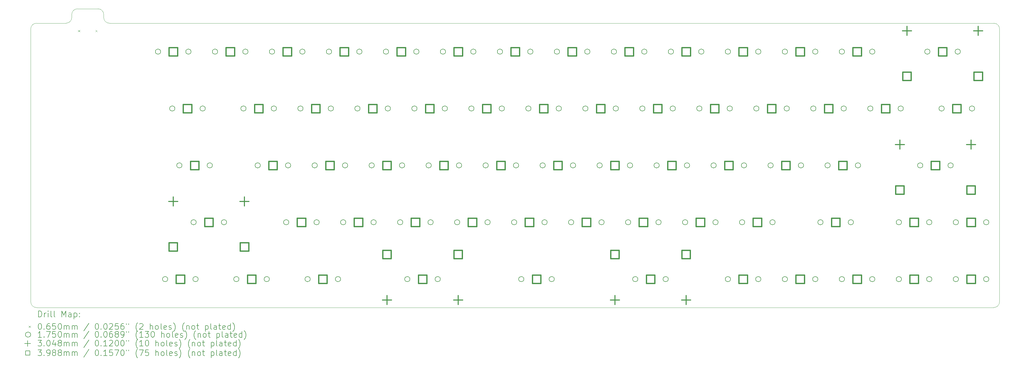
<source format=gbr>
%TF.GenerationSoftware,KiCad,Pcbnew,8.0.0*%
%TF.CreationDate,2024-11-20T19:59:16-08:00*%
%TF.ProjectId,Hampter1.3,48616d70-7465-4723-912e-332e6b696361,rev?*%
%TF.SameCoordinates,Original*%
%TF.FileFunction,Drillmap*%
%TF.FilePolarity,Positive*%
%FSLAX45Y45*%
G04 Gerber Fmt 4.5, Leading zero omitted, Abs format (unit mm)*
G04 Created by KiCad (PCBNEW 8.0.0) date 2024-11-20 19:59:16*
%MOMM*%
%LPD*%
G01*
G04 APERTURE LIST*
%ADD10C,0.050000*%
%ADD11C,0.200000*%
%ADD12C,0.100000*%
%ADD13C,0.175000*%
%ADD14C,0.304800*%
%ADD15C,0.398780*%
G04 APERTURE END LIST*
D10*
X18503900Y-12217400D02*
X18503900Y-12280900D01*
X18694400Y-12509500D02*
G75*
G02*
X18503900Y-12319000I0J190500D01*
G01*
X17246600Y-12509500D02*
X16256000Y-12509500D01*
X18694400Y-12509500D02*
X48260000Y-12509500D01*
X17437100Y-12217400D02*
G75*
G02*
X17627600Y-12026900I190500J0D01*
G01*
X16065500Y-12700000D02*
G75*
G02*
X16256000Y-12509500I190500J0D01*
G01*
X17437100Y-12280900D02*
X17437100Y-12319000D01*
X17437100Y-12217400D02*
X17437100Y-12280900D01*
X48450500Y-21844000D02*
G75*
G02*
X48260000Y-22034500I-190500J0D01*
G01*
X18503900Y-12280900D02*
X18503900Y-12319000D01*
X16065500Y-12700000D02*
X16065500Y-21844000D01*
X48260000Y-12509500D02*
G75*
G02*
X48450500Y-12700000I0J-190500D01*
G01*
X16256000Y-22034500D02*
G75*
G02*
X16065500Y-21844000I0J190500D01*
G01*
X48450500Y-12700000D02*
X48450500Y-21844000D01*
X17437100Y-12319000D02*
G75*
G02*
X17246600Y-12509500I-190500J0D01*
G01*
X18313400Y-12026900D02*
G75*
G02*
X18503900Y-12217400I0J-190500D01*
G01*
X16256000Y-22034500D02*
X48260000Y-22034500D01*
X17627600Y-12026900D02*
X18313400Y-12026900D01*
D11*
D12*
X17649000Y-12737000D02*
X17714000Y-12802000D01*
X17714000Y-12737000D02*
X17649000Y-12802000D01*
X18227000Y-12737000D02*
X18292000Y-12802000D01*
X18292000Y-12737000D02*
X18227000Y-12802000D01*
D13*
X20407500Y-13462000D02*
G75*
G02*
X20232500Y-13462000I-87500J0D01*
G01*
X20232500Y-13462000D02*
G75*
G02*
X20407500Y-13462000I87500J0D01*
G01*
X20645173Y-21082245D02*
G75*
G02*
X20470173Y-21082245I-87500J0D01*
G01*
X20470173Y-21082245D02*
G75*
G02*
X20645173Y-21082245I87500J0D01*
G01*
X20883767Y-15367000D02*
G75*
G02*
X20708767Y-15367000I-87500J0D01*
G01*
X20708767Y-15367000D02*
G75*
G02*
X20883767Y-15367000I87500J0D01*
G01*
X21121240Y-17272000D02*
G75*
G02*
X20946240Y-17272000I-87500J0D01*
G01*
X20946240Y-17272000D02*
G75*
G02*
X21121240Y-17272000I87500J0D01*
G01*
X21423500Y-13462000D02*
G75*
G02*
X21248500Y-13462000I-87500J0D01*
G01*
X21248500Y-13462000D02*
G75*
G02*
X21423500Y-13462000I87500J0D01*
G01*
X21596999Y-19177345D02*
G75*
G02*
X21421999Y-19177345I-87500J0D01*
G01*
X21421999Y-19177345D02*
G75*
G02*
X21596999Y-19177345I87500J0D01*
G01*
X21661173Y-21082245D02*
G75*
G02*
X21486173Y-21082245I-87500J0D01*
G01*
X21486173Y-21082245D02*
G75*
G02*
X21661173Y-21082245I87500J0D01*
G01*
X21899767Y-15367000D02*
G75*
G02*
X21724767Y-15367000I-87500J0D01*
G01*
X21724767Y-15367000D02*
G75*
G02*
X21899767Y-15367000I87500J0D01*
G01*
X22137240Y-17272000D02*
G75*
G02*
X21962240Y-17272000I-87500J0D01*
G01*
X21962240Y-17272000D02*
G75*
G02*
X22137240Y-17272000I87500J0D01*
G01*
X22312500Y-13462000D02*
G75*
G02*
X22137500Y-13462000I-87500J0D01*
G01*
X22137500Y-13462000D02*
G75*
G02*
X22312500Y-13462000I87500J0D01*
G01*
X22612999Y-19177345D02*
G75*
G02*
X22437999Y-19177345I-87500J0D01*
G01*
X22437999Y-19177345D02*
G75*
G02*
X22612999Y-19177345I87500J0D01*
G01*
X23026331Y-21082245D02*
G75*
G02*
X22851331Y-21082245I-87500J0D01*
G01*
X22851331Y-21082245D02*
G75*
G02*
X23026331Y-21082245I87500J0D01*
G01*
X23263747Y-15367000D02*
G75*
G02*
X23088747Y-15367000I-87500J0D01*
G01*
X23088747Y-15367000D02*
G75*
G02*
X23263747Y-15367000I87500J0D01*
G01*
X23328500Y-13462000D02*
G75*
G02*
X23153500Y-13462000I-87500J0D01*
G01*
X23153500Y-13462000D02*
G75*
G02*
X23328500Y-13462000I87500J0D01*
G01*
X23739809Y-17272259D02*
G75*
G02*
X23564809Y-17272259I-87500J0D01*
G01*
X23564809Y-17272259D02*
G75*
G02*
X23739809Y-17272259I87500J0D01*
G01*
X24042331Y-21082245D02*
G75*
G02*
X23867331Y-21082245I-87500J0D01*
G01*
X23867331Y-21082245D02*
G75*
G02*
X24042331Y-21082245I87500J0D01*
G01*
X24217500Y-13462000D02*
G75*
G02*
X24042500Y-13462000I-87500J0D01*
G01*
X24042500Y-13462000D02*
G75*
G02*
X24217500Y-13462000I87500J0D01*
G01*
X24279747Y-15367000D02*
G75*
G02*
X24104747Y-15367000I-87500J0D01*
G01*
X24104747Y-15367000D02*
G75*
G02*
X24279747Y-15367000I87500J0D01*
G01*
X24692624Y-19177345D02*
G75*
G02*
X24517624Y-19177345I-87500J0D01*
G01*
X24517624Y-19177345D02*
G75*
G02*
X24692624Y-19177345I87500J0D01*
G01*
X24755809Y-17272259D02*
G75*
G02*
X24580809Y-17272259I-87500J0D01*
G01*
X24580809Y-17272259D02*
G75*
G02*
X24755809Y-17272259I87500J0D01*
G01*
X25168747Y-15367000D02*
G75*
G02*
X24993747Y-15367000I-87500J0D01*
G01*
X24993747Y-15367000D02*
G75*
G02*
X25168747Y-15367000I87500J0D01*
G01*
X25233500Y-13462000D02*
G75*
G02*
X25058500Y-13462000I-87500J0D01*
G01*
X25058500Y-13462000D02*
G75*
G02*
X25233500Y-13462000I87500J0D01*
G01*
X25408029Y-21082245D02*
G75*
G02*
X25233029Y-21082245I-87500J0D01*
G01*
X25233029Y-21082245D02*
G75*
G02*
X25408029Y-21082245I87500J0D01*
G01*
X25644809Y-17272259D02*
G75*
G02*
X25469809Y-17272259I-87500J0D01*
G01*
X25469809Y-17272259D02*
G75*
G02*
X25644809Y-17272259I87500J0D01*
G01*
X25708624Y-19177345D02*
G75*
G02*
X25533624Y-19177345I-87500J0D01*
G01*
X25533624Y-19177345D02*
G75*
G02*
X25708624Y-19177345I87500J0D01*
G01*
X26122500Y-13462000D02*
G75*
G02*
X25947500Y-13462000I-87500J0D01*
G01*
X25947500Y-13462000D02*
G75*
G02*
X26122500Y-13462000I87500J0D01*
G01*
X26184747Y-15367000D02*
G75*
G02*
X26009747Y-15367000I-87500J0D01*
G01*
X26009747Y-15367000D02*
G75*
G02*
X26184747Y-15367000I87500J0D01*
G01*
X26424029Y-21082245D02*
G75*
G02*
X26249029Y-21082245I-87500J0D01*
G01*
X26249029Y-21082245D02*
G75*
G02*
X26424029Y-21082245I87500J0D01*
G01*
X26597624Y-19177345D02*
G75*
G02*
X26422624Y-19177345I-87500J0D01*
G01*
X26422624Y-19177345D02*
G75*
G02*
X26597624Y-19177345I87500J0D01*
G01*
X26660809Y-17272259D02*
G75*
G02*
X26485809Y-17272259I-87500J0D01*
G01*
X26485809Y-17272259D02*
G75*
G02*
X26660809Y-17272259I87500J0D01*
G01*
X27073747Y-15367000D02*
G75*
G02*
X26898747Y-15367000I-87500J0D01*
G01*
X26898747Y-15367000D02*
G75*
G02*
X27073747Y-15367000I87500J0D01*
G01*
X27138500Y-13462000D02*
G75*
G02*
X26963500Y-13462000I-87500J0D01*
G01*
X26963500Y-13462000D02*
G75*
G02*
X27138500Y-13462000I87500J0D01*
G01*
X27549809Y-17272259D02*
G75*
G02*
X27374809Y-17272259I-87500J0D01*
G01*
X27374809Y-17272259D02*
G75*
G02*
X27549809Y-17272259I87500J0D01*
G01*
X27613624Y-19177345D02*
G75*
G02*
X27438624Y-19177345I-87500J0D01*
G01*
X27438624Y-19177345D02*
G75*
G02*
X27613624Y-19177345I87500J0D01*
G01*
X28027500Y-13462000D02*
G75*
G02*
X27852500Y-13462000I-87500J0D01*
G01*
X27852500Y-13462000D02*
G75*
G02*
X28027500Y-13462000I87500J0D01*
G01*
X28089747Y-15367000D02*
G75*
G02*
X27914747Y-15367000I-87500J0D01*
G01*
X27914747Y-15367000D02*
G75*
G02*
X28089747Y-15367000I87500J0D01*
G01*
X28502624Y-19177345D02*
G75*
G02*
X28327624Y-19177345I-87500J0D01*
G01*
X28327624Y-19177345D02*
G75*
G02*
X28502624Y-19177345I87500J0D01*
G01*
X28565809Y-17272259D02*
G75*
G02*
X28390809Y-17272259I-87500J0D01*
G01*
X28390809Y-17272259D02*
G75*
G02*
X28565809Y-17272259I87500J0D01*
G01*
X28741331Y-21082245D02*
G75*
G02*
X28566331Y-21082245I-87500J0D01*
G01*
X28566331Y-21082245D02*
G75*
G02*
X28741331Y-21082245I87500J0D01*
G01*
X28978747Y-15367000D02*
G75*
G02*
X28803747Y-15367000I-87500J0D01*
G01*
X28803747Y-15367000D02*
G75*
G02*
X28978747Y-15367000I87500J0D01*
G01*
X29043500Y-13462000D02*
G75*
G02*
X28868500Y-13462000I-87500J0D01*
G01*
X28868500Y-13462000D02*
G75*
G02*
X29043500Y-13462000I87500J0D01*
G01*
X29454809Y-17272259D02*
G75*
G02*
X29279809Y-17272259I-87500J0D01*
G01*
X29279809Y-17272259D02*
G75*
G02*
X29454809Y-17272259I87500J0D01*
G01*
X29518624Y-19177345D02*
G75*
G02*
X29343624Y-19177345I-87500J0D01*
G01*
X29343624Y-19177345D02*
G75*
G02*
X29518624Y-19177345I87500J0D01*
G01*
X29757331Y-21082245D02*
G75*
G02*
X29582331Y-21082245I-87500J0D01*
G01*
X29582331Y-21082245D02*
G75*
G02*
X29757331Y-21082245I87500J0D01*
G01*
X29932500Y-13462000D02*
G75*
G02*
X29757500Y-13462000I-87500J0D01*
G01*
X29757500Y-13462000D02*
G75*
G02*
X29932500Y-13462000I87500J0D01*
G01*
X29994747Y-15367000D02*
G75*
G02*
X29819747Y-15367000I-87500J0D01*
G01*
X29819747Y-15367000D02*
G75*
G02*
X29994747Y-15367000I87500J0D01*
G01*
X30407624Y-19177345D02*
G75*
G02*
X30232624Y-19177345I-87500J0D01*
G01*
X30232624Y-19177345D02*
G75*
G02*
X30407624Y-19177345I87500J0D01*
G01*
X30470809Y-17272259D02*
G75*
G02*
X30295809Y-17272259I-87500J0D01*
G01*
X30295809Y-17272259D02*
G75*
G02*
X30470809Y-17272259I87500J0D01*
G01*
X30883747Y-15367000D02*
G75*
G02*
X30708747Y-15367000I-87500J0D01*
G01*
X30708747Y-15367000D02*
G75*
G02*
X30883747Y-15367000I87500J0D01*
G01*
X30948500Y-13462000D02*
G75*
G02*
X30773500Y-13462000I-87500J0D01*
G01*
X30773500Y-13462000D02*
G75*
G02*
X30948500Y-13462000I87500J0D01*
G01*
X31359809Y-17272259D02*
G75*
G02*
X31184809Y-17272259I-87500J0D01*
G01*
X31184809Y-17272259D02*
G75*
G02*
X31359809Y-17272259I87500J0D01*
G01*
X31423624Y-19177345D02*
G75*
G02*
X31248624Y-19177345I-87500J0D01*
G01*
X31248624Y-19177345D02*
G75*
G02*
X31423624Y-19177345I87500J0D01*
G01*
X31837500Y-13462000D02*
G75*
G02*
X31662500Y-13462000I-87500J0D01*
G01*
X31662500Y-13462000D02*
G75*
G02*
X31837500Y-13462000I87500J0D01*
G01*
X31899747Y-15367000D02*
G75*
G02*
X31724747Y-15367000I-87500J0D01*
G01*
X31724747Y-15367000D02*
G75*
G02*
X31899747Y-15367000I87500J0D01*
G01*
X32312624Y-19177345D02*
G75*
G02*
X32137624Y-19177345I-87500J0D01*
G01*
X32137624Y-19177345D02*
G75*
G02*
X32312624Y-19177345I87500J0D01*
G01*
X32375809Y-17272259D02*
G75*
G02*
X32200809Y-17272259I-87500J0D01*
G01*
X32200809Y-17272259D02*
G75*
G02*
X32375809Y-17272259I87500J0D01*
G01*
X32551331Y-21082245D02*
G75*
G02*
X32376331Y-21082245I-87500J0D01*
G01*
X32376331Y-21082245D02*
G75*
G02*
X32551331Y-21082245I87500J0D01*
G01*
X32788747Y-15367000D02*
G75*
G02*
X32613747Y-15367000I-87500J0D01*
G01*
X32613747Y-15367000D02*
G75*
G02*
X32788747Y-15367000I87500J0D01*
G01*
X32853500Y-13462000D02*
G75*
G02*
X32678500Y-13462000I-87500J0D01*
G01*
X32678500Y-13462000D02*
G75*
G02*
X32853500Y-13462000I87500J0D01*
G01*
X33264809Y-17272259D02*
G75*
G02*
X33089809Y-17272259I-87500J0D01*
G01*
X33089809Y-17272259D02*
G75*
G02*
X33264809Y-17272259I87500J0D01*
G01*
X33328624Y-19177345D02*
G75*
G02*
X33153624Y-19177345I-87500J0D01*
G01*
X33153624Y-19177345D02*
G75*
G02*
X33328624Y-19177345I87500J0D01*
G01*
X33567331Y-21082245D02*
G75*
G02*
X33392331Y-21082245I-87500J0D01*
G01*
X33392331Y-21082245D02*
G75*
G02*
X33567331Y-21082245I87500J0D01*
G01*
X33742500Y-13462000D02*
G75*
G02*
X33567500Y-13462000I-87500J0D01*
G01*
X33567500Y-13462000D02*
G75*
G02*
X33742500Y-13462000I87500J0D01*
G01*
X33804747Y-15367000D02*
G75*
G02*
X33629747Y-15367000I-87500J0D01*
G01*
X33629747Y-15367000D02*
G75*
G02*
X33804747Y-15367000I87500J0D01*
G01*
X34217624Y-19177345D02*
G75*
G02*
X34042624Y-19177345I-87500J0D01*
G01*
X34042624Y-19177345D02*
G75*
G02*
X34217624Y-19177345I87500J0D01*
G01*
X34280809Y-17272259D02*
G75*
G02*
X34105809Y-17272259I-87500J0D01*
G01*
X34105809Y-17272259D02*
G75*
G02*
X34280809Y-17272259I87500J0D01*
G01*
X34693747Y-15367000D02*
G75*
G02*
X34518747Y-15367000I-87500J0D01*
G01*
X34518747Y-15367000D02*
G75*
G02*
X34693747Y-15367000I87500J0D01*
G01*
X34758500Y-13462000D02*
G75*
G02*
X34583500Y-13462000I-87500J0D01*
G01*
X34583500Y-13462000D02*
G75*
G02*
X34758500Y-13462000I87500J0D01*
G01*
X35169809Y-17272259D02*
G75*
G02*
X34994809Y-17272259I-87500J0D01*
G01*
X34994809Y-17272259D02*
G75*
G02*
X35169809Y-17272259I87500J0D01*
G01*
X35233624Y-19177345D02*
G75*
G02*
X35058624Y-19177345I-87500J0D01*
G01*
X35058624Y-19177345D02*
G75*
G02*
X35233624Y-19177345I87500J0D01*
G01*
X35647500Y-13462000D02*
G75*
G02*
X35472500Y-13462000I-87500J0D01*
G01*
X35472500Y-13462000D02*
G75*
G02*
X35647500Y-13462000I87500J0D01*
G01*
X35709747Y-15367000D02*
G75*
G02*
X35534747Y-15367000I-87500J0D01*
G01*
X35534747Y-15367000D02*
G75*
G02*
X35709747Y-15367000I87500J0D01*
G01*
X36122624Y-19177345D02*
G75*
G02*
X35947624Y-19177345I-87500J0D01*
G01*
X35947624Y-19177345D02*
G75*
G02*
X36122624Y-19177345I87500J0D01*
G01*
X36185809Y-17272259D02*
G75*
G02*
X36010809Y-17272259I-87500J0D01*
G01*
X36010809Y-17272259D02*
G75*
G02*
X36185809Y-17272259I87500J0D01*
G01*
X36361331Y-21082245D02*
G75*
G02*
X36186331Y-21082245I-87500J0D01*
G01*
X36186331Y-21082245D02*
G75*
G02*
X36361331Y-21082245I87500J0D01*
G01*
X36598747Y-15367000D02*
G75*
G02*
X36423747Y-15367000I-87500J0D01*
G01*
X36423747Y-15367000D02*
G75*
G02*
X36598747Y-15367000I87500J0D01*
G01*
X36663500Y-13462000D02*
G75*
G02*
X36488500Y-13462000I-87500J0D01*
G01*
X36488500Y-13462000D02*
G75*
G02*
X36663500Y-13462000I87500J0D01*
G01*
X37074809Y-17272259D02*
G75*
G02*
X36899809Y-17272259I-87500J0D01*
G01*
X36899809Y-17272259D02*
G75*
G02*
X37074809Y-17272259I87500J0D01*
G01*
X37138624Y-19177345D02*
G75*
G02*
X36963624Y-19177345I-87500J0D01*
G01*
X36963624Y-19177345D02*
G75*
G02*
X37138624Y-19177345I87500J0D01*
G01*
X37377331Y-21082245D02*
G75*
G02*
X37202331Y-21082245I-87500J0D01*
G01*
X37202331Y-21082245D02*
G75*
G02*
X37377331Y-21082245I87500J0D01*
G01*
X37552500Y-13462000D02*
G75*
G02*
X37377500Y-13462000I-87500J0D01*
G01*
X37377500Y-13462000D02*
G75*
G02*
X37552500Y-13462000I87500J0D01*
G01*
X37614747Y-15367000D02*
G75*
G02*
X37439747Y-15367000I-87500J0D01*
G01*
X37439747Y-15367000D02*
G75*
G02*
X37614747Y-15367000I87500J0D01*
G01*
X38027624Y-19177345D02*
G75*
G02*
X37852624Y-19177345I-87500J0D01*
G01*
X37852624Y-19177345D02*
G75*
G02*
X38027624Y-19177345I87500J0D01*
G01*
X38090809Y-17272259D02*
G75*
G02*
X37915809Y-17272259I-87500J0D01*
G01*
X37915809Y-17272259D02*
G75*
G02*
X38090809Y-17272259I87500J0D01*
G01*
X38503747Y-15367000D02*
G75*
G02*
X38328747Y-15367000I-87500J0D01*
G01*
X38328747Y-15367000D02*
G75*
G02*
X38503747Y-15367000I87500J0D01*
G01*
X38568500Y-13462000D02*
G75*
G02*
X38393500Y-13462000I-87500J0D01*
G01*
X38393500Y-13462000D02*
G75*
G02*
X38568500Y-13462000I87500J0D01*
G01*
X38979809Y-17272259D02*
G75*
G02*
X38804809Y-17272259I-87500J0D01*
G01*
X38804809Y-17272259D02*
G75*
G02*
X38979809Y-17272259I87500J0D01*
G01*
X39043624Y-19177345D02*
G75*
G02*
X38868624Y-19177345I-87500J0D01*
G01*
X38868624Y-19177345D02*
G75*
G02*
X39043624Y-19177345I87500J0D01*
G01*
X39457500Y-13462000D02*
G75*
G02*
X39282500Y-13462000I-87500J0D01*
G01*
X39282500Y-13462000D02*
G75*
G02*
X39457500Y-13462000I87500J0D01*
G01*
X39457500Y-21082590D02*
G75*
G02*
X39282500Y-21082590I-87500J0D01*
G01*
X39282500Y-21082590D02*
G75*
G02*
X39457500Y-21082590I87500J0D01*
G01*
X39519747Y-15367000D02*
G75*
G02*
X39344747Y-15367000I-87500J0D01*
G01*
X39344747Y-15367000D02*
G75*
G02*
X39519747Y-15367000I87500J0D01*
G01*
X39932624Y-19177345D02*
G75*
G02*
X39757624Y-19177345I-87500J0D01*
G01*
X39757624Y-19177345D02*
G75*
G02*
X39932624Y-19177345I87500J0D01*
G01*
X39995809Y-17272259D02*
G75*
G02*
X39820809Y-17272259I-87500J0D01*
G01*
X39820809Y-17272259D02*
G75*
G02*
X39995809Y-17272259I87500J0D01*
G01*
X40408747Y-15367000D02*
G75*
G02*
X40233747Y-15367000I-87500J0D01*
G01*
X40233747Y-15367000D02*
G75*
G02*
X40408747Y-15367000I87500J0D01*
G01*
X40473500Y-13462000D02*
G75*
G02*
X40298500Y-13462000I-87500J0D01*
G01*
X40298500Y-13462000D02*
G75*
G02*
X40473500Y-13462000I87500J0D01*
G01*
X40473500Y-21082590D02*
G75*
G02*
X40298500Y-21082590I-87500J0D01*
G01*
X40298500Y-21082590D02*
G75*
G02*
X40473500Y-21082590I87500J0D01*
G01*
X40884809Y-17272259D02*
G75*
G02*
X40709809Y-17272259I-87500J0D01*
G01*
X40709809Y-17272259D02*
G75*
G02*
X40884809Y-17272259I87500J0D01*
G01*
X40948624Y-19177345D02*
G75*
G02*
X40773624Y-19177345I-87500J0D01*
G01*
X40773624Y-19177345D02*
G75*
G02*
X40948624Y-19177345I87500J0D01*
G01*
X41362500Y-13462000D02*
G75*
G02*
X41187500Y-13462000I-87500J0D01*
G01*
X41187500Y-13462000D02*
G75*
G02*
X41362500Y-13462000I87500J0D01*
G01*
X41362500Y-21082590D02*
G75*
G02*
X41187500Y-21082590I-87500J0D01*
G01*
X41187500Y-21082590D02*
G75*
G02*
X41362500Y-21082590I87500J0D01*
G01*
X41424747Y-15367000D02*
G75*
G02*
X41249747Y-15367000I-87500J0D01*
G01*
X41249747Y-15367000D02*
G75*
G02*
X41424747Y-15367000I87500J0D01*
G01*
X41900809Y-17272259D02*
G75*
G02*
X41725809Y-17272259I-87500J0D01*
G01*
X41725809Y-17272259D02*
G75*
G02*
X41900809Y-17272259I87500J0D01*
G01*
X42313747Y-15367000D02*
G75*
G02*
X42138747Y-15367000I-87500J0D01*
G01*
X42138747Y-15367000D02*
G75*
G02*
X42313747Y-15367000I87500J0D01*
G01*
X42378500Y-13462000D02*
G75*
G02*
X42203500Y-13462000I-87500J0D01*
G01*
X42203500Y-13462000D02*
G75*
G02*
X42378500Y-13462000I87500J0D01*
G01*
X42378500Y-21082590D02*
G75*
G02*
X42203500Y-21082590I-87500J0D01*
G01*
X42203500Y-21082590D02*
G75*
G02*
X42378500Y-21082590I87500J0D01*
G01*
X42551506Y-19177517D02*
G75*
G02*
X42376506Y-19177517I-87500J0D01*
G01*
X42376506Y-19177517D02*
G75*
G02*
X42551506Y-19177517I87500J0D01*
G01*
X42789809Y-17272259D02*
G75*
G02*
X42614809Y-17272259I-87500J0D01*
G01*
X42614809Y-17272259D02*
G75*
G02*
X42789809Y-17272259I87500J0D01*
G01*
X43267500Y-13462000D02*
G75*
G02*
X43092500Y-13462000I-87500J0D01*
G01*
X43092500Y-13462000D02*
G75*
G02*
X43267500Y-13462000I87500J0D01*
G01*
X43267500Y-21082590D02*
G75*
G02*
X43092500Y-21082590I-87500J0D01*
G01*
X43092500Y-21082590D02*
G75*
G02*
X43267500Y-21082590I87500J0D01*
G01*
X43329747Y-15367000D02*
G75*
G02*
X43154747Y-15367000I-87500J0D01*
G01*
X43154747Y-15367000D02*
G75*
G02*
X43329747Y-15367000I87500J0D01*
G01*
X43567506Y-19177517D02*
G75*
G02*
X43392506Y-19177517I-87500J0D01*
G01*
X43392506Y-19177517D02*
G75*
G02*
X43567506Y-19177517I87500J0D01*
G01*
X43805809Y-17272259D02*
G75*
G02*
X43630809Y-17272259I-87500J0D01*
G01*
X43630809Y-17272259D02*
G75*
G02*
X43805809Y-17272259I87500J0D01*
G01*
X44218747Y-15367000D02*
G75*
G02*
X44043747Y-15367000I-87500J0D01*
G01*
X44043747Y-15367000D02*
G75*
G02*
X44218747Y-15367000I87500J0D01*
G01*
X44283500Y-13462000D02*
G75*
G02*
X44108500Y-13462000I-87500J0D01*
G01*
X44108500Y-13462000D02*
G75*
G02*
X44283500Y-13462000I87500J0D01*
G01*
X44283500Y-21082590D02*
G75*
G02*
X44108500Y-21082590I-87500J0D01*
G01*
X44108500Y-21082590D02*
G75*
G02*
X44283500Y-21082590I87500J0D01*
G01*
X45172500Y-19177000D02*
G75*
G02*
X44997500Y-19177000I-87500J0D01*
G01*
X44997500Y-19177000D02*
G75*
G02*
X45172500Y-19177000I87500J0D01*
G01*
X45172500Y-21082590D02*
G75*
G02*
X44997500Y-21082590I-87500J0D01*
G01*
X44997500Y-21082590D02*
G75*
G02*
X45172500Y-21082590I87500J0D01*
G01*
X45234747Y-15367000D02*
G75*
G02*
X45059747Y-15367000I-87500J0D01*
G01*
X45059747Y-15367000D02*
G75*
G02*
X45234747Y-15367000I87500J0D01*
G01*
X45886069Y-17272259D02*
G75*
G02*
X45711069Y-17272259I-87500J0D01*
G01*
X45711069Y-17272259D02*
G75*
G02*
X45886069Y-17272259I87500J0D01*
G01*
X46125000Y-13462000D02*
G75*
G02*
X45950000Y-13462000I-87500J0D01*
G01*
X45950000Y-13462000D02*
G75*
G02*
X46125000Y-13462000I87500J0D01*
G01*
X46188500Y-19177000D02*
G75*
G02*
X46013500Y-19177000I-87500J0D01*
G01*
X46013500Y-19177000D02*
G75*
G02*
X46188500Y-19177000I87500J0D01*
G01*
X46188500Y-21082590D02*
G75*
G02*
X46013500Y-21082590I-87500J0D01*
G01*
X46013500Y-21082590D02*
G75*
G02*
X46188500Y-21082590I87500J0D01*
G01*
X46601315Y-15367607D02*
G75*
G02*
X46426315Y-15367607I-87500J0D01*
G01*
X46426315Y-15367607D02*
G75*
G02*
X46601315Y-15367607I87500J0D01*
G01*
X46902069Y-17272259D02*
G75*
G02*
X46727069Y-17272259I-87500J0D01*
G01*
X46727069Y-17272259D02*
G75*
G02*
X46902069Y-17272259I87500J0D01*
G01*
X47077500Y-19177000D02*
G75*
G02*
X46902500Y-19177000I-87500J0D01*
G01*
X46902500Y-19177000D02*
G75*
G02*
X47077500Y-19177000I87500J0D01*
G01*
X47077500Y-21082590D02*
G75*
G02*
X46902500Y-21082590I-87500J0D01*
G01*
X46902500Y-21082590D02*
G75*
G02*
X47077500Y-21082590I87500J0D01*
G01*
X47141000Y-13462000D02*
G75*
G02*
X46966000Y-13462000I-87500J0D01*
G01*
X46966000Y-13462000D02*
G75*
G02*
X47141000Y-13462000I87500J0D01*
G01*
X47617315Y-15367607D02*
G75*
G02*
X47442315Y-15367607I-87500J0D01*
G01*
X47442315Y-15367607D02*
G75*
G02*
X47617315Y-15367607I87500J0D01*
G01*
X48093500Y-19177000D02*
G75*
G02*
X47918500Y-19177000I-87500J0D01*
G01*
X47918500Y-19177000D02*
G75*
G02*
X48093500Y-19177000I87500J0D01*
G01*
X48093500Y-21082590D02*
G75*
G02*
X47918500Y-21082590I-87500J0D01*
G01*
X47918500Y-21082590D02*
G75*
G02*
X48093500Y-21082590I87500J0D01*
G01*
D14*
X20826874Y-18326445D02*
X20826874Y-18631245D01*
X20674474Y-18478845D02*
X20979274Y-18478845D01*
X23208124Y-18326445D02*
X23208124Y-18631245D01*
X23055724Y-18478845D02*
X23360524Y-18478845D01*
X27971206Y-21628345D02*
X27971206Y-21933145D01*
X27818806Y-21780745D02*
X28123606Y-21780745D01*
X30352456Y-21628345D02*
X30352456Y-21933145D01*
X30200056Y-21780745D02*
X30504856Y-21780745D01*
X35591206Y-21628345D02*
X35591206Y-21933145D01*
X35438806Y-21780745D02*
X35743606Y-21780745D01*
X37972456Y-21628345D02*
X37972456Y-21933145D01*
X37820056Y-21780745D02*
X38124856Y-21780745D01*
X45115944Y-16421359D02*
X45115944Y-16726159D01*
X44963544Y-16573759D02*
X45268344Y-16573759D01*
X45354875Y-12611100D02*
X45354875Y-12915900D01*
X45202475Y-12763500D02*
X45507275Y-12763500D01*
X47497194Y-16421359D02*
X47497194Y-16726159D01*
X47344794Y-16573759D02*
X47649594Y-16573759D01*
X47736125Y-12611100D02*
X47736125Y-12915900D01*
X47583725Y-12763500D02*
X47888525Y-12763500D01*
D15*
X20967866Y-20143836D02*
X20967866Y-19861854D01*
X20685883Y-19861854D01*
X20685883Y-20143836D01*
X20967866Y-20143836D01*
X20968991Y-13602991D02*
X20968991Y-13321009D01*
X20687009Y-13321009D01*
X20687009Y-13602991D01*
X20968991Y-13602991D01*
X21206664Y-21223236D02*
X21206664Y-20941254D01*
X20924682Y-20941254D01*
X20924682Y-21223236D01*
X21206664Y-21223236D01*
X21445259Y-15507991D02*
X21445259Y-15226009D01*
X21163276Y-15226009D01*
X21163276Y-15507991D01*
X21445259Y-15507991D01*
X21682731Y-17412991D02*
X21682731Y-17131009D01*
X21400749Y-17131009D01*
X21400749Y-17412991D01*
X21682731Y-17412991D01*
X22158491Y-19318336D02*
X22158491Y-19036354D01*
X21876508Y-19036354D01*
X21876508Y-19318336D01*
X22158491Y-19318336D01*
X22873991Y-13602991D02*
X22873991Y-13321009D01*
X22592009Y-13321009D01*
X22592009Y-13602991D01*
X22873991Y-13602991D01*
X23349116Y-20143836D02*
X23349116Y-19861854D01*
X23067133Y-19861854D01*
X23067133Y-20143836D01*
X23349116Y-20143836D01*
X23587822Y-21223236D02*
X23587822Y-20941254D01*
X23305840Y-20941254D01*
X23305840Y-21223236D01*
X23587822Y-21223236D01*
X23825238Y-15507991D02*
X23825238Y-15226009D01*
X23543256Y-15226009D01*
X23543256Y-15507991D01*
X23825238Y-15507991D01*
X24301300Y-17413250D02*
X24301300Y-17131267D01*
X24019317Y-17131267D01*
X24019317Y-17413250D01*
X24301300Y-17413250D01*
X24778991Y-13602991D02*
X24778991Y-13321009D01*
X24497009Y-13321009D01*
X24497009Y-13602991D01*
X24778991Y-13602991D01*
X25254116Y-19318336D02*
X25254116Y-19036354D01*
X24972133Y-19036354D01*
X24972133Y-19318336D01*
X25254116Y-19318336D01*
X25730238Y-15507991D02*
X25730238Y-15226009D01*
X25448256Y-15226009D01*
X25448256Y-15507991D01*
X25730238Y-15507991D01*
X25969520Y-21223236D02*
X25969520Y-20941254D01*
X25687538Y-20941254D01*
X25687538Y-21223236D01*
X25969520Y-21223236D01*
X26206300Y-17413250D02*
X26206300Y-17131267D01*
X25924317Y-17131267D01*
X25924317Y-17413250D01*
X26206300Y-17413250D01*
X26683991Y-13602991D02*
X26683991Y-13321009D01*
X26402009Y-13321009D01*
X26402009Y-13602991D01*
X26683991Y-13602991D01*
X27159116Y-19318336D02*
X27159116Y-19036354D01*
X26877133Y-19036354D01*
X26877133Y-19318336D01*
X27159116Y-19318336D01*
X27635238Y-15507991D02*
X27635238Y-15226009D01*
X27353256Y-15226009D01*
X27353256Y-15507991D01*
X27635238Y-15507991D01*
X28111300Y-17413250D02*
X28111300Y-17131267D01*
X27829317Y-17131267D01*
X27829317Y-17413250D01*
X28111300Y-17413250D01*
X28112197Y-20397736D02*
X28112197Y-20115754D01*
X27830215Y-20115754D01*
X27830215Y-20397736D01*
X28112197Y-20397736D01*
X28588991Y-13602991D02*
X28588991Y-13321009D01*
X28307009Y-13321009D01*
X28307009Y-13602991D01*
X28588991Y-13602991D01*
X29064116Y-19318336D02*
X29064116Y-19036354D01*
X28782133Y-19036354D01*
X28782133Y-19318336D01*
X29064116Y-19318336D01*
X29302822Y-21223236D02*
X29302822Y-20941254D01*
X29020840Y-20941254D01*
X29020840Y-21223236D01*
X29302822Y-21223236D01*
X29540238Y-15507991D02*
X29540238Y-15226009D01*
X29258256Y-15226009D01*
X29258256Y-15507991D01*
X29540238Y-15507991D01*
X30016300Y-17413250D02*
X30016300Y-17131267D01*
X29734317Y-17131267D01*
X29734317Y-17413250D01*
X30016300Y-17413250D01*
X30493448Y-20397736D02*
X30493448Y-20115754D01*
X30211465Y-20115754D01*
X30211465Y-20397736D01*
X30493448Y-20397736D01*
X30493991Y-13602991D02*
X30493991Y-13321009D01*
X30212009Y-13321009D01*
X30212009Y-13602991D01*
X30493991Y-13602991D01*
X30969116Y-19318336D02*
X30969116Y-19036354D01*
X30687133Y-19036354D01*
X30687133Y-19318336D01*
X30969116Y-19318336D01*
X31445238Y-15507991D02*
X31445238Y-15226009D01*
X31163256Y-15226009D01*
X31163256Y-15507991D01*
X31445238Y-15507991D01*
X31921300Y-17413250D02*
X31921300Y-17131267D01*
X31639317Y-17131267D01*
X31639317Y-17413250D01*
X31921300Y-17413250D01*
X32398991Y-13602991D02*
X32398991Y-13321009D01*
X32117009Y-13321009D01*
X32117009Y-13602991D01*
X32398991Y-13602991D01*
X32874116Y-19318336D02*
X32874116Y-19036354D01*
X32592133Y-19036354D01*
X32592133Y-19318336D01*
X32874116Y-19318336D01*
X33112822Y-21223236D02*
X33112822Y-20941254D01*
X32830840Y-20941254D01*
X32830840Y-21223236D01*
X33112822Y-21223236D01*
X33350238Y-15507991D02*
X33350238Y-15226009D01*
X33068256Y-15226009D01*
X33068256Y-15507991D01*
X33350238Y-15507991D01*
X33826300Y-17413250D02*
X33826300Y-17131267D01*
X33544317Y-17131267D01*
X33544317Y-17413250D01*
X33826300Y-17413250D01*
X34303991Y-13602991D02*
X34303991Y-13321009D01*
X34022009Y-13321009D01*
X34022009Y-13602991D01*
X34303991Y-13602991D01*
X34779116Y-19318336D02*
X34779116Y-19036354D01*
X34497133Y-19036354D01*
X34497133Y-19318336D01*
X34779116Y-19318336D01*
X35255239Y-15507991D02*
X35255239Y-15226009D01*
X34973256Y-15226009D01*
X34973256Y-15507991D01*
X35255239Y-15507991D01*
X35731300Y-17413250D02*
X35731300Y-17131267D01*
X35449317Y-17131267D01*
X35449317Y-17413250D01*
X35731300Y-17413250D01*
X35732197Y-20397736D02*
X35732197Y-20115754D01*
X35450215Y-20115754D01*
X35450215Y-20397736D01*
X35732197Y-20397736D01*
X36208991Y-13602991D02*
X36208991Y-13321009D01*
X35927009Y-13321009D01*
X35927009Y-13602991D01*
X36208991Y-13602991D01*
X36684116Y-19318336D02*
X36684116Y-19036354D01*
X36402133Y-19036354D01*
X36402133Y-19318336D01*
X36684116Y-19318336D01*
X36922823Y-21223236D02*
X36922823Y-20941254D01*
X36640840Y-20941254D01*
X36640840Y-21223236D01*
X36922823Y-21223236D01*
X37160239Y-15507991D02*
X37160239Y-15226009D01*
X36878256Y-15226009D01*
X36878256Y-15507991D01*
X37160239Y-15507991D01*
X37636300Y-17413250D02*
X37636300Y-17131267D01*
X37354317Y-17131267D01*
X37354317Y-17413250D01*
X37636300Y-17413250D01*
X38113448Y-20397736D02*
X38113448Y-20115754D01*
X37831465Y-20115754D01*
X37831465Y-20397736D01*
X38113448Y-20397736D01*
X38113991Y-13602991D02*
X38113991Y-13321009D01*
X37832009Y-13321009D01*
X37832009Y-13602991D01*
X38113991Y-13602991D01*
X38589116Y-19318336D02*
X38589116Y-19036354D01*
X38307133Y-19036354D01*
X38307133Y-19318336D01*
X38589116Y-19318336D01*
X39065239Y-15507991D02*
X39065239Y-15226009D01*
X38783256Y-15226009D01*
X38783256Y-15507991D01*
X39065239Y-15507991D01*
X39541300Y-17413250D02*
X39541300Y-17131267D01*
X39259317Y-17131267D01*
X39259317Y-17413250D01*
X39541300Y-17413250D01*
X40018991Y-13602991D02*
X40018991Y-13321009D01*
X39737009Y-13321009D01*
X39737009Y-13602991D01*
X40018991Y-13602991D01*
X40018991Y-21223581D02*
X40018991Y-20941598D01*
X39737009Y-20941598D01*
X39737009Y-21223581D01*
X40018991Y-21223581D01*
X40494116Y-19318336D02*
X40494116Y-19036354D01*
X40212133Y-19036354D01*
X40212133Y-19318336D01*
X40494116Y-19318336D01*
X40970239Y-15507991D02*
X40970239Y-15226009D01*
X40688256Y-15226009D01*
X40688256Y-15507991D01*
X40970239Y-15507991D01*
X41446300Y-17413250D02*
X41446300Y-17131267D01*
X41164317Y-17131267D01*
X41164317Y-17413250D01*
X41446300Y-17413250D01*
X41923991Y-13602991D02*
X41923991Y-13321009D01*
X41642009Y-13321009D01*
X41642009Y-13602991D01*
X41923991Y-13602991D01*
X41923991Y-21223581D02*
X41923991Y-20941598D01*
X41642009Y-20941598D01*
X41642009Y-21223581D01*
X41923991Y-21223581D01*
X42875239Y-15507991D02*
X42875239Y-15226009D01*
X42593256Y-15226009D01*
X42593256Y-15507991D01*
X42875239Y-15507991D01*
X43112997Y-19318509D02*
X43112997Y-19036526D01*
X42831014Y-19036526D01*
X42831014Y-19318509D01*
X43112997Y-19318509D01*
X43351300Y-17413250D02*
X43351300Y-17131267D01*
X43069317Y-17131267D01*
X43069317Y-17413250D01*
X43351300Y-17413250D01*
X43828991Y-13602991D02*
X43828991Y-13321009D01*
X43547009Y-13321009D01*
X43547009Y-13602991D01*
X43828991Y-13602991D01*
X43828991Y-21223581D02*
X43828991Y-20941598D01*
X43547009Y-20941598D01*
X43547009Y-21223581D01*
X43828991Y-21223581D01*
X44780238Y-15507991D02*
X44780238Y-15226009D01*
X44498256Y-15226009D01*
X44498256Y-15507991D01*
X44780238Y-15507991D01*
X45256935Y-18238750D02*
X45256935Y-17956767D01*
X44974952Y-17956767D01*
X44974952Y-18238750D01*
X45256935Y-18238750D01*
X45495866Y-14428491D02*
X45495866Y-14146509D01*
X45213884Y-14146509D01*
X45213884Y-14428491D01*
X45495866Y-14428491D01*
X45733991Y-19317991D02*
X45733991Y-19036009D01*
X45452009Y-19036009D01*
X45452009Y-19317991D01*
X45733991Y-19317991D01*
X45733991Y-21223581D02*
X45733991Y-20941598D01*
X45452009Y-20941598D01*
X45452009Y-21223581D01*
X45733991Y-21223581D01*
X46447560Y-17413250D02*
X46447560Y-17131267D01*
X46165577Y-17131267D01*
X46165577Y-17413250D01*
X46447560Y-17413250D01*
X46686491Y-13602991D02*
X46686491Y-13321009D01*
X46404509Y-13321009D01*
X46404509Y-13602991D01*
X46686491Y-13602991D01*
X47162806Y-15508598D02*
X47162806Y-15226616D01*
X46880823Y-15226616D01*
X46880823Y-15508598D01*
X47162806Y-15508598D01*
X47638185Y-18238750D02*
X47638185Y-17956767D01*
X47356202Y-17956767D01*
X47356202Y-18238750D01*
X47638185Y-18238750D01*
X47638991Y-19317991D02*
X47638991Y-19036009D01*
X47357009Y-19036009D01*
X47357009Y-19317991D01*
X47638991Y-19317991D01*
X47638991Y-21223581D02*
X47638991Y-20941598D01*
X47357009Y-20941598D01*
X47357009Y-21223581D01*
X47638991Y-21223581D01*
X47877116Y-14428491D02*
X47877116Y-14146509D01*
X47595134Y-14146509D01*
X47595134Y-14428491D01*
X47877116Y-14428491D01*
D11*
X16323777Y-22348484D02*
X16323777Y-22148484D01*
X16323777Y-22148484D02*
X16371396Y-22148484D01*
X16371396Y-22148484D02*
X16399967Y-22158008D01*
X16399967Y-22158008D02*
X16419015Y-22177055D01*
X16419015Y-22177055D02*
X16428539Y-22196103D01*
X16428539Y-22196103D02*
X16438062Y-22234198D01*
X16438062Y-22234198D02*
X16438062Y-22262770D01*
X16438062Y-22262770D02*
X16428539Y-22300865D01*
X16428539Y-22300865D02*
X16419015Y-22319913D01*
X16419015Y-22319913D02*
X16399967Y-22338960D01*
X16399967Y-22338960D02*
X16371396Y-22348484D01*
X16371396Y-22348484D02*
X16323777Y-22348484D01*
X16523777Y-22348484D02*
X16523777Y-22215151D01*
X16523777Y-22253246D02*
X16533300Y-22234198D01*
X16533300Y-22234198D02*
X16542824Y-22224674D01*
X16542824Y-22224674D02*
X16561872Y-22215151D01*
X16561872Y-22215151D02*
X16580920Y-22215151D01*
X16647586Y-22348484D02*
X16647586Y-22215151D01*
X16647586Y-22148484D02*
X16638062Y-22158008D01*
X16638062Y-22158008D02*
X16647586Y-22167532D01*
X16647586Y-22167532D02*
X16657110Y-22158008D01*
X16657110Y-22158008D02*
X16647586Y-22148484D01*
X16647586Y-22148484D02*
X16647586Y-22167532D01*
X16771396Y-22348484D02*
X16752348Y-22338960D01*
X16752348Y-22338960D02*
X16742824Y-22319913D01*
X16742824Y-22319913D02*
X16742824Y-22148484D01*
X16876158Y-22348484D02*
X16857110Y-22338960D01*
X16857110Y-22338960D02*
X16847586Y-22319913D01*
X16847586Y-22319913D02*
X16847586Y-22148484D01*
X17104729Y-22348484D02*
X17104729Y-22148484D01*
X17104729Y-22148484D02*
X17171396Y-22291341D01*
X17171396Y-22291341D02*
X17238062Y-22148484D01*
X17238062Y-22148484D02*
X17238062Y-22348484D01*
X17419015Y-22348484D02*
X17419015Y-22243722D01*
X17419015Y-22243722D02*
X17409491Y-22224674D01*
X17409491Y-22224674D02*
X17390443Y-22215151D01*
X17390443Y-22215151D02*
X17352348Y-22215151D01*
X17352348Y-22215151D02*
X17333301Y-22224674D01*
X17419015Y-22338960D02*
X17399967Y-22348484D01*
X17399967Y-22348484D02*
X17352348Y-22348484D01*
X17352348Y-22348484D02*
X17333301Y-22338960D01*
X17333301Y-22338960D02*
X17323777Y-22319913D01*
X17323777Y-22319913D02*
X17323777Y-22300865D01*
X17323777Y-22300865D02*
X17333301Y-22281817D01*
X17333301Y-22281817D02*
X17352348Y-22272294D01*
X17352348Y-22272294D02*
X17399967Y-22272294D01*
X17399967Y-22272294D02*
X17419015Y-22262770D01*
X17514253Y-22215151D02*
X17514253Y-22415151D01*
X17514253Y-22224674D02*
X17533301Y-22215151D01*
X17533301Y-22215151D02*
X17571396Y-22215151D01*
X17571396Y-22215151D02*
X17590443Y-22224674D01*
X17590443Y-22224674D02*
X17599967Y-22234198D01*
X17599967Y-22234198D02*
X17609491Y-22253246D01*
X17609491Y-22253246D02*
X17609491Y-22310389D01*
X17609491Y-22310389D02*
X17599967Y-22329436D01*
X17599967Y-22329436D02*
X17590443Y-22338960D01*
X17590443Y-22338960D02*
X17571396Y-22348484D01*
X17571396Y-22348484D02*
X17533301Y-22348484D01*
X17533301Y-22348484D02*
X17514253Y-22338960D01*
X17695205Y-22329436D02*
X17704729Y-22338960D01*
X17704729Y-22338960D02*
X17695205Y-22348484D01*
X17695205Y-22348484D02*
X17685682Y-22338960D01*
X17685682Y-22338960D02*
X17695205Y-22329436D01*
X17695205Y-22329436D02*
X17695205Y-22348484D01*
X17695205Y-22224674D02*
X17704729Y-22234198D01*
X17704729Y-22234198D02*
X17695205Y-22243722D01*
X17695205Y-22243722D02*
X17685682Y-22234198D01*
X17685682Y-22234198D02*
X17695205Y-22224674D01*
X17695205Y-22224674D02*
X17695205Y-22243722D01*
D12*
X15998000Y-22644500D02*
X16063000Y-22709500D01*
X16063000Y-22644500D02*
X15998000Y-22709500D01*
D11*
X16361872Y-22568484D02*
X16380920Y-22568484D01*
X16380920Y-22568484D02*
X16399967Y-22578008D01*
X16399967Y-22578008D02*
X16409491Y-22587532D01*
X16409491Y-22587532D02*
X16419015Y-22606579D01*
X16419015Y-22606579D02*
X16428539Y-22644674D01*
X16428539Y-22644674D02*
X16428539Y-22692293D01*
X16428539Y-22692293D02*
X16419015Y-22730389D01*
X16419015Y-22730389D02*
X16409491Y-22749436D01*
X16409491Y-22749436D02*
X16399967Y-22758960D01*
X16399967Y-22758960D02*
X16380920Y-22768484D01*
X16380920Y-22768484D02*
X16361872Y-22768484D01*
X16361872Y-22768484D02*
X16342824Y-22758960D01*
X16342824Y-22758960D02*
X16333300Y-22749436D01*
X16333300Y-22749436D02*
X16323777Y-22730389D01*
X16323777Y-22730389D02*
X16314253Y-22692293D01*
X16314253Y-22692293D02*
X16314253Y-22644674D01*
X16314253Y-22644674D02*
X16323777Y-22606579D01*
X16323777Y-22606579D02*
X16333300Y-22587532D01*
X16333300Y-22587532D02*
X16342824Y-22578008D01*
X16342824Y-22578008D02*
X16361872Y-22568484D01*
X16514253Y-22749436D02*
X16523777Y-22758960D01*
X16523777Y-22758960D02*
X16514253Y-22768484D01*
X16514253Y-22768484D02*
X16504729Y-22758960D01*
X16504729Y-22758960D02*
X16514253Y-22749436D01*
X16514253Y-22749436D02*
X16514253Y-22768484D01*
X16695205Y-22568484D02*
X16657110Y-22568484D01*
X16657110Y-22568484D02*
X16638062Y-22578008D01*
X16638062Y-22578008D02*
X16628539Y-22587532D01*
X16628539Y-22587532D02*
X16609491Y-22616103D01*
X16609491Y-22616103D02*
X16599967Y-22654198D01*
X16599967Y-22654198D02*
X16599967Y-22730389D01*
X16599967Y-22730389D02*
X16609491Y-22749436D01*
X16609491Y-22749436D02*
X16619015Y-22758960D01*
X16619015Y-22758960D02*
X16638062Y-22768484D01*
X16638062Y-22768484D02*
X16676158Y-22768484D01*
X16676158Y-22768484D02*
X16695205Y-22758960D01*
X16695205Y-22758960D02*
X16704729Y-22749436D01*
X16704729Y-22749436D02*
X16714253Y-22730389D01*
X16714253Y-22730389D02*
X16714253Y-22682770D01*
X16714253Y-22682770D02*
X16704729Y-22663722D01*
X16704729Y-22663722D02*
X16695205Y-22654198D01*
X16695205Y-22654198D02*
X16676158Y-22644674D01*
X16676158Y-22644674D02*
X16638062Y-22644674D01*
X16638062Y-22644674D02*
X16619015Y-22654198D01*
X16619015Y-22654198D02*
X16609491Y-22663722D01*
X16609491Y-22663722D02*
X16599967Y-22682770D01*
X16895205Y-22568484D02*
X16799967Y-22568484D01*
X16799967Y-22568484D02*
X16790443Y-22663722D01*
X16790443Y-22663722D02*
X16799967Y-22654198D01*
X16799967Y-22654198D02*
X16819015Y-22644674D01*
X16819015Y-22644674D02*
X16866634Y-22644674D01*
X16866634Y-22644674D02*
X16885682Y-22654198D01*
X16885682Y-22654198D02*
X16895205Y-22663722D01*
X16895205Y-22663722D02*
X16904729Y-22682770D01*
X16904729Y-22682770D02*
X16904729Y-22730389D01*
X16904729Y-22730389D02*
X16895205Y-22749436D01*
X16895205Y-22749436D02*
X16885682Y-22758960D01*
X16885682Y-22758960D02*
X16866634Y-22768484D01*
X16866634Y-22768484D02*
X16819015Y-22768484D01*
X16819015Y-22768484D02*
X16799967Y-22758960D01*
X16799967Y-22758960D02*
X16790443Y-22749436D01*
X17028539Y-22568484D02*
X17047586Y-22568484D01*
X17047586Y-22568484D02*
X17066634Y-22578008D01*
X17066634Y-22578008D02*
X17076158Y-22587532D01*
X17076158Y-22587532D02*
X17085682Y-22606579D01*
X17085682Y-22606579D02*
X17095205Y-22644674D01*
X17095205Y-22644674D02*
X17095205Y-22692293D01*
X17095205Y-22692293D02*
X17085682Y-22730389D01*
X17085682Y-22730389D02*
X17076158Y-22749436D01*
X17076158Y-22749436D02*
X17066634Y-22758960D01*
X17066634Y-22758960D02*
X17047586Y-22768484D01*
X17047586Y-22768484D02*
X17028539Y-22768484D01*
X17028539Y-22768484D02*
X17009491Y-22758960D01*
X17009491Y-22758960D02*
X16999967Y-22749436D01*
X16999967Y-22749436D02*
X16990443Y-22730389D01*
X16990443Y-22730389D02*
X16980920Y-22692293D01*
X16980920Y-22692293D02*
X16980920Y-22644674D01*
X16980920Y-22644674D02*
X16990443Y-22606579D01*
X16990443Y-22606579D02*
X16999967Y-22587532D01*
X16999967Y-22587532D02*
X17009491Y-22578008D01*
X17009491Y-22578008D02*
X17028539Y-22568484D01*
X17180920Y-22768484D02*
X17180920Y-22635151D01*
X17180920Y-22654198D02*
X17190443Y-22644674D01*
X17190443Y-22644674D02*
X17209491Y-22635151D01*
X17209491Y-22635151D02*
X17238063Y-22635151D01*
X17238063Y-22635151D02*
X17257110Y-22644674D01*
X17257110Y-22644674D02*
X17266634Y-22663722D01*
X17266634Y-22663722D02*
X17266634Y-22768484D01*
X17266634Y-22663722D02*
X17276158Y-22644674D01*
X17276158Y-22644674D02*
X17295205Y-22635151D01*
X17295205Y-22635151D02*
X17323777Y-22635151D01*
X17323777Y-22635151D02*
X17342824Y-22644674D01*
X17342824Y-22644674D02*
X17352348Y-22663722D01*
X17352348Y-22663722D02*
X17352348Y-22768484D01*
X17447586Y-22768484D02*
X17447586Y-22635151D01*
X17447586Y-22654198D02*
X17457110Y-22644674D01*
X17457110Y-22644674D02*
X17476158Y-22635151D01*
X17476158Y-22635151D02*
X17504729Y-22635151D01*
X17504729Y-22635151D02*
X17523777Y-22644674D01*
X17523777Y-22644674D02*
X17533301Y-22663722D01*
X17533301Y-22663722D02*
X17533301Y-22768484D01*
X17533301Y-22663722D02*
X17542824Y-22644674D01*
X17542824Y-22644674D02*
X17561872Y-22635151D01*
X17561872Y-22635151D02*
X17590443Y-22635151D01*
X17590443Y-22635151D02*
X17609491Y-22644674D01*
X17609491Y-22644674D02*
X17619015Y-22663722D01*
X17619015Y-22663722D02*
X17619015Y-22768484D01*
X18009491Y-22558960D02*
X17838063Y-22816103D01*
X18266634Y-22568484D02*
X18285682Y-22568484D01*
X18285682Y-22568484D02*
X18304729Y-22578008D01*
X18304729Y-22578008D02*
X18314253Y-22587532D01*
X18314253Y-22587532D02*
X18323777Y-22606579D01*
X18323777Y-22606579D02*
X18333301Y-22644674D01*
X18333301Y-22644674D02*
X18333301Y-22692293D01*
X18333301Y-22692293D02*
X18323777Y-22730389D01*
X18323777Y-22730389D02*
X18314253Y-22749436D01*
X18314253Y-22749436D02*
X18304729Y-22758960D01*
X18304729Y-22758960D02*
X18285682Y-22768484D01*
X18285682Y-22768484D02*
X18266634Y-22768484D01*
X18266634Y-22768484D02*
X18247586Y-22758960D01*
X18247586Y-22758960D02*
X18238063Y-22749436D01*
X18238063Y-22749436D02*
X18228539Y-22730389D01*
X18228539Y-22730389D02*
X18219015Y-22692293D01*
X18219015Y-22692293D02*
X18219015Y-22644674D01*
X18219015Y-22644674D02*
X18228539Y-22606579D01*
X18228539Y-22606579D02*
X18238063Y-22587532D01*
X18238063Y-22587532D02*
X18247586Y-22578008D01*
X18247586Y-22578008D02*
X18266634Y-22568484D01*
X18419015Y-22749436D02*
X18428539Y-22758960D01*
X18428539Y-22758960D02*
X18419015Y-22768484D01*
X18419015Y-22768484D02*
X18409491Y-22758960D01*
X18409491Y-22758960D02*
X18419015Y-22749436D01*
X18419015Y-22749436D02*
X18419015Y-22768484D01*
X18552348Y-22568484D02*
X18571396Y-22568484D01*
X18571396Y-22568484D02*
X18590444Y-22578008D01*
X18590444Y-22578008D02*
X18599967Y-22587532D01*
X18599967Y-22587532D02*
X18609491Y-22606579D01*
X18609491Y-22606579D02*
X18619015Y-22644674D01*
X18619015Y-22644674D02*
X18619015Y-22692293D01*
X18619015Y-22692293D02*
X18609491Y-22730389D01*
X18609491Y-22730389D02*
X18599967Y-22749436D01*
X18599967Y-22749436D02*
X18590444Y-22758960D01*
X18590444Y-22758960D02*
X18571396Y-22768484D01*
X18571396Y-22768484D02*
X18552348Y-22768484D01*
X18552348Y-22768484D02*
X18533301Y-22758960D01*
X18533301Y-22758960D02*
X18523777Y-22749436D01*
X18523777Y-22749436D02*
X18514253Y-22730389D01*
X18514253Y-22730389D02*
X18504729Y-22692293D01*
X18504729Y-22692293D02*
X18504729Y-22644674D01*
X18504729Y-22644674D02*
X18514253Y-22606579D01*
X18514253Y-22606579D02*
X18523777Y-22587532D01*
X18523777Y-22587532D02*
X18533301Y-22578008D01*
X18533301Y-22578008D02*
X18552348Y-22568484D01*
X18695206Y-22587532D02*
X18704729Y-22578008D01*
X18704729Y-22578008D02*
X18723777Y-22568484D01*
X18723777Y-22568484D02*
X18771396Y-22568484D01*
X18771396Y-22568484D02*
X18790444Y-22578008D01*
X18790444Y-22578008D02*
X18799967Y-22587532D01*
X18799967Y-22587532D02*
X18809491Y-22606579D01*
X18809491Y-22606579D02*
X18809491Y-22625627D01*
X18809491Y-22625627D02*
X18799967Y-22654198D01*
X18799967Y-22654198D02*
X18685682Y-22768484D01*
X18685682Y-22768484D02*
X18809491Y-22768484D01*
X18990444Y-22568484D02*
X18895206Y-22568484D01*
X18895206Y-22568484D02*
X18885682Y-22663722D01*
X18885682Y-22663722D02*
X18895206Y-22654198D01*
X18895206Y-22654198D02*
X18914253Y-22644674D01*
X18914253Y-22644674D02*
X18961872Y-22644674D01*
X18961872Y-22644674D02*
X18980920Y-22654198D01*
X18980920Y-22654198D02*
X18990444Y-22663722D01*
X18990444Y-22663722D02*
X18999967Y-22682770D01*
X18999967Y-22682770D02*
X18999967Y-22730389D01*
X18999967Y-22730389D02*
X18990444Y-22749436D01*
X18990444Y-22749436D02*
X18980920Y-22758960D01*
X18980920Y-22758960D02*
X18961872Y-22768484D01*
X18961872Y-22768484D02*
X18914253Y-22768484D01*
X18914253Y-22768484D02*
X18895206Y-22758960D01*
X18895206Y-22758960D02*
X18885682Y-22749436D01*
X19171396Y-22568484D02*
X19133301Y-22568484D01*
X19133301Y-22568484D02*
X19114253Y-22578008D01*
X19114253Y-22578008D02*
X19104729Y-22587532D01*
X19104729Y-22587532D02*
X19085682Y-22616103D01*
X19085682Y-22616103D02*
X19076158Y-22654198D01*
X19076158Y-22654198D02*
X19076158Y-22730389D01*
X19076158Y-22730389D02*
X19085682Y-22749436D01*
X19085682Y-22749436D02*
X19095206Y-22758960D01*
X19095206Y-22758960D02*
X19114253Y-22768484D01*
X19114253Y-22768484D02*
X19152348Y-22768484D01*
X19152348Y-22768484D02*
X19171396Y-22758960D01*
X19171396Y-22758960D02*
X19180920Y-22749436D01*
X19180920Y-22749436D02*
X19190444Y-22730389D01*
X19190444Y-22730389D02*
X19190444Y-22682770D01*
X19190444Y-22682770D02*
X19180920Y-22663722D01*
X19180920Y-22663722D02*
X19171396Y-22654198D01*
X19171396Y-22654198D02*
X19152348Y-22644674D01*
X19152348Y-22644674D02*
X19114253Y-22644674D01*
X19114253Y-22644674D02*
X19095206Y-22654198D01*
X19095206Y-22654198D02*
X19085682Y-22663722D01*
X19085682Y-22663722D02*
X19076158Y-22682770D01*
X19266634Y-22568484D02*
X19266634Y-22606579D01*
X19342825Y-22568484D02*
X19342825Y-22606579D01*
X19638063Y-22844674D02*
X19628539Y-22835151D01*
X19628539Y-22835151D02*
X19609491Y-22806579D01*
X19609491Y-22806579D02*
X19599968Y-22787532D01*
X19599968Y-22787532D02*
X19590444Y-22758960D01*
X19590444Y-22758960D02*
X19580920Y-22711341D01*
X19580920Y-22711341D02*
X19580920Y-22673246D01*
X19580920Y-22673246D02*
X19590444Y-22625627D01*
X19590444Y-22625627D02*
X19599968Y-22597055D01*
X19599968Y-22597055D02*
X19609491Y-22578008D01*
X19609491Y-22578008D02*
X19628539Y-22549436D01*
X19628539Y-22549436D02*
X19638063Y-22539912D01*
X19704729Y-22587532D02*
X19714253Y-22578008D01*
X19714253Y-22578008D02*
X19733301Y-22568484D01*
X19733301Y-22568484D02*
X19780920Y-22568484D01*
X19780920Y-22568484D02*
X19799968Y-22578008D01*
X19799968Y-22578008D02*
X19809491Y-22587532D01*
X19809491Y-22587532D02*
X19819015Y-22606579D01*
X19819015Y-22606579D02*
X19819015Y-22625627D01*
X19819015Y-22625627D02*
X19809491Y-22654198D01*
X19809491Y-22654198D02*
X19695206Y-22768484D01*
X19695206Y-22768484D02*
X19819015Y-22768484D01*
X20057110Y-22768484D02*
X20057110Y-22568484D01*
X20142825Y-22768484D02*
X20142825Y-22663722D01*
X20142825Y-22663722D02*
X20133301Y-22644674D01*
X20133301Y-22644674D02*
X20114253Y-22635151D01*
X20114253Y-22635151D02*
X20085682Y-22635151D01*
X20085682Y-22635151D02*
X20066634Y-22644674D01*
X20066634Y-22644674D02*
X20057110Y-22654198D01*
X20266634Y-22768484D02*
X20247587Y-22758960D01*
X20247587Y-22758960D02*
X20238063Y-22749436D01*
X20238063Y-22749436D02*
X20228539Y-22730389D01*
X20228539Y-22730389D02*
X20228539Y-22673246D01*
X20228539Y-22673246D02*
X20238063Y-22654198D01*
X20238063Y-22654198D02*
X20247587Y-22644674D01*
X20247587Y-22644674D02*
X20266634Y-22635151D01*
X20266634Y-22635151D02*
X20295206Y-22635151D01*
X20295206Y-22635151D02*
X20314253Y-22644674D01*
X20314253Y-22644674D02*
X20323777Y-22654198D01*
X20323777Y-22654198D02*
X20333301Y-22673246D01*
X20333301Y-22673246D02*
X20333301Y-22730389D01*
X20333301Y-22730389D02*
X20323777Y-22749436D01*
X20323777Y-22749436D02*
X20314253Y-22758960D01*
X20314253Y-22758960D02*
X20295206Y-22768484D01*
X20295206Y-22768484D02*
X20266634Y-22768484D01*
X20447587Y-22768484D02*
X20428539Y-22758960D01*
X20428539Y-22758960D02*
X20419015Y-22739912D01*
X20419015Y-22739912D02*
X20419015Y-22568484D01*
X20599968Y-22758960D02*
X20580920Y-22768484D01*
X20580920Y-22768484D02*
X20542825Y-22768484D01*
X20542825Y-22768484D02*
X20523777Y-22758960D01*
X20523777Y-22758960D02*
X20514253Y-22739912D01*
X20514253Y-22739912D02*
X20514253Y-22663722D01*
X20514253Y-22663722D02*
X20523777Y-22644674D01*
X20523777Y-22644674D02*
X20542825Y-22635151D01*
X20542825Y-22635151D02*
X20580920Y-22635151D01*
X20580920Y-22635151D02*
X20599968Y-22644674D01*
X20599968Y-22644674D02*
X20609491Y-22663722D01*
X20609491Y-22663722D02*
X20609491Y-22682770D01*
X20609491Y-22682770D02*
X20514253Y-22701817D01*
X20685682Y-22758960D02*
X20704730Y-22768484D01*
X20704730Y-22768484D02*
X20742825Y-22768484D01*
X20742825Y-22768484D02*
X20761872Y-22758960D01*
X20761872Y-22758960D02*
X20771396Y-22739912D01*
X20771396Y-22739912D02*
X20771396Y-22730389D01*
X20771396Y-22730389D02*
X20761872Y-22711341D01*
X20761872Y-22711341D02*
X20742825Y-22701817D01*
X20742825Y-22701817D02*
X20714253Y-22701817D01*
X20714253Y-22701817D02*
X20695206Y-22692293D01*
X20695206Y-22692293D02*
X20685682Y-22673246D01*
X20685682Y-22673246D02*
X20685682Y-22663722D01*
X20685682Y-22663722D02*
X20695206Y-22644674D01*
X20695206Y-22644674D02*
X20714253Y-22635151D01*
X20714253Y-22635151D02*
X20742825Y-22635151D01*
X20742825Y-22635151D02*
X20761872Y-22644674D01*
X20838063Y-22844674D02*
X20847587Y-22835151D01*
X20847587Y-22835151D02*
X20866634Y-22806579D01*
X20866634Y-22806579D02*
X20876158Y-22787532D01*
X20876158Y-22787532D02*
X20885682Y-22758960D01*
X20885682Y-22758960D02*
X20895206Y-22711341D01*
X20895206Y-22711341D02*
X20895206Y-22673246D01*
X20895206Y-22673246D02*
X20885682Y-22625627D01*
X20885682Y-22625627D02*
X20876158Y-22597055D01*
X20876158Y-22597055D02*
X20866634Y-22578008D01*
X20866634Y-22578008D02*
X20847587Y-22549436D01*
X20847587Y-22549436D02*
X20838063Y-22539912D01*
X21199968Y-22844674D02*
X21190444Y-22835151D01*
X21190444Y-22835151D02*
X21171396Y-22806579D01*
X21171396Y-22806579D02*
X21161872Y-22787532D01*
X21161872Y-22787532D02*
X21152349Y-22758960D01*
X21152349Y-22758960D02*
X21142825Y-22711341D01*
X21142825Y-22711341D02*
X21142825Y-22673246D01*
X21142825Y-22673246D02*
X21152349Y-22625627D01*
X21152349Y-22625627D02*
X21161872Y-22597055D01*
X21161872Y-22597055D02*
X21171396Y-22578008D01*
X21171396Y-22578008D02*
X21190444Y-22549436D01*
X21190444Y-22549436D02*
X21199968Y-22539912D01*
X21276158Y-22635151D02*
X21276158Y-22768484D01*
X21276158Y-22654198D02*
X21285682Y-22644674D01*
X21285682Y-22644674D02*
X21304730Y-22635151D01*
X21304730Y-22635151D02*
X21333301Y-22635151D01*
X21333301Y-22635151D02*
X21352349Y-22644674D01*
X21352349Y-22644674D02*
X21361872Y-22663722D01*
X21361872Y-22663722D02*
X21361872Y-22768484D01*
X21485682Y-22768484D02*
X21466634Y-22758960D01*
X21466634Y-22758960D02*
X21457111Y-22749436D01*
X21457111Y-22749436D02*
X21447587Y-22730389D01*
X21447587Y-22730389D02*
X21447587Y-22673246D01*
X21447587Y-22673246D02*
X21457111Y-22654198D01*
X21457111Y-22654198D02*
X21466634Y-22644674D01*
X21466634Y-22644674D02*
X21485682Y-22635151D01*
X21485682Y-22635151D02*
X21514253Y-22635151D01*
X21514253Y-22635151D02*
X21533301Y-22644674D01*
X21533301Y-22644674D02*
X21542825Y-22654198D01*
X21542825Y-22654198D02*
X21552349Y-22673246D01*
X21552349Y-22673246D02*
X21552349Y-22730389D01*
X21552349Y-22730389D02*
X21542825Y-22749436D01*
X21542825Y-22749436D02*
X21533301Y-22758960D01*
X21533301Y-22758960D02*
X21514253Y-22768484D01*
X21514253Y-22768484D02*
X21485682Y-22768484D01*
X21609492Y-22635151D02*
X21685682Y-22635151D01*
X21638063Y-22568484D02*
X21638063Y-22739912D01*
X21638063Y-22739912D02*
X21647587Y-22758960D01*
X21647587Y-22758960D02*
X21666634Y-22768484D01*
X21666634Y-22768484D02*
X21685682Y-22768484D01*
X21904730Y-22635151D02*
X21904730Y-22835151D01*
X21904730Y-22644674D02*
X21923777Y-22635151D01*
X21923777Y-22635151D02*
X21961873Y-22635151D01*
X21961873Y-22635151D02*
X21980920Y-22644674D01*
X21980920Y-22644674D02*
X21990444Y-22654198D01*
X21990444Y-22654198D02*
X21999968Y-22673246D01*
X21999968Y-22673246D02*
X21999968Y-22730389D01*
X21999968Y-22730389D02*
X21990444Y-22749436D01*
X21990444Y-22749436D02*
X21980920Y-22758960D01*
X21980920Y-22758960D02*
X21961873Y-22768484D01*
X21961873Y-22768484D02*
X21923777Y-22768484D01*
X21923777Y-22768484D02*
X21904730Y-22758960D01*
X22114253Y-22768484D02*
X22095206Y-22758960D01*
X22095206Y-22758960D02*
X22085682Y-22739912D01*
X22085682Y-22739912D02*
X22085682Y-22568484D01*
X22276158Y-22768484D02*
X22276158Y-22663722D01*
X22276158Y-22663722D02*
X22266634Y-22644674D01*
X22266634Y-22644674D02*
X22247587Y-22635151D01*
X22247587Y-22635151D02*
X22209492Y-22635151D01*
X22209492Y-22635151D02*
X22190444Y-22644674D01*
X22276158Y-22758960D02*
X22257111Y-22768484D01*
X22257111Y-22768484D02*
X22209492Y-22768484D01*
X22209492Y-22768484D02*
X22190444Y-22758960D01*
X22190444Y-22758960D02*
X22180920Y-22739912D01*
X22180920Y-22739912D02*
X22180920Y-22720865D01*
X22180920Y-22720865D02*
X22190444Y-22701817D01*
X22190444Y-22701817D02*
X22209492Y-22692293D01*
X22209492Y-22692293D02*
X22257111Y-22692293D01*
X22257111Y-22692293D02*
X22276158Y-22682770D01*
X22342825Y-22635151D02*
X22419015Y-22635151D01*
X22371396Y-22568484D02*
X22371396Y-22739912D01*
X22371396Y-22739912D02*
X22380920Y-22758960D01*
X22380920Y-22758960D02*
X22399968Y-22768484D01*
X22399968Y-22768484D02*
X22419015Y-22768484D01*
X22561872Y-22758960D02*
X22542825Y-22768484D01*
X22542825Y-22768484D02*
X22504730Y-22768484D01*
X22504730Y-22768484D02*
X22485682Y-22758960D01*
X22485682Y-22758960D02*
X22476158Y-22739912D01*
X22476158Y-22739912D02*
X22476158Y-22663722D01*
X22476158Y-22663722D02*
X22485682Y-22644674D01*
X22485682Y-22644674D02*
X22504730Y-22635151D01*
X22504730Y-22635151D02*
X22542825Y-22635151D01*
X22542825Y-22635151D02*
X22561872Y-22644674D01*
X22561872Y-22644674D02*
X22571396Y-22663722D01*
X22571396Y-22663722D02*
X22571396Y-22682770D01*
X22571396Y-22682770D02*
X22476158Y-22701817D01*
X22742825Y-22768484D02*
X22742825Y-22568484D01*
X22742825Y-22758960D02*
X22723777Y-22768484D01*
X22723777Y-22768484D02*
X22685682Y-22768484D01*
X22685682Y-22768484D02*
X22666634Y-22758960D01*
X22666634Y-22758960D02*
X22657111Y-22749436D01*
X22657111Y-22749436D02*
X22647587Y-22730389D01*
X22647587Y-22730389D02*
X22647587Y-22673246D01*
X22647587Y-22673246D02*
X22657111Y-22654198D01*
X22657111Y-22654198D02*
X22666634Y-22644674D01*
X22666634Y-22644674D02*
X22685682Y-22635151D01*
X22685682Y-22635151D02*
X22723777Y-22635151D01*
X22723777Y-22635151D02*
X22742825Y-22644674D01*
X22819015Y-22844674D02*
X22828539Y-22835151D01*
X22828539Y-22835151D02*
X22847587Y-22806579D01*
X22847587Y-22806579D02*
X22857111Y-22787532D01*
X22857111Y-22787532D02*
X22866634Y-22758960D01*
X22866634Y-22758960D02*
X22876158Y-22711341D01*
X22876158Y-22711341D02*
X22876158Y-22673246D01*
X22876158Y-22673246D02*
X22866634Y-22625627D01*
X22866634Y-22625627D02*
X22857111Y-22597055D01*
X22857111Y-22597055D02*
X22847587Y-22578008D01*
X22847587Y-22578008D02*
X22828539Y-22549436D01*
X22828539Y-22549436D02*
X22819015Y-22539912D01*
D13*
X16063000Y-22941000D02*
G75*
G02*
X15888000Y-22941000I-87500J0D01*
G01*
X15888000Y-22941000D02*
G75*
G02*
X16063000Y-22941000I87500J0D01*
G01*
D11*
X16428539Y-23032484D02*
X16314253Y-23032484D01*
X16371396Y-23032484D02*
X16371396Y-22832484D01*
X16371396Y-22832484D02*
X16352348Y-22861055D01*
X16352348Y-22861055D02*
X16333300Y-22880103D01*
X16333300Y-22880103D02*
X16314253Y-22889627D01*
X16514253Y-23013436D02*
X16523777Y-23022960D01*
X16523777Y-23022960D02*
X16514253Y-23032484D01*
X16514253Y-23032484D02*
X16504729Y-23022960D01*
X16504729Y-23022960D02*
X16514253Y-23013436D01*
X16514253Y-23013436D02*
X16514253Y-23032484D01*
X16590443Y-22832484D02*
X16723777Y-22832484D01*
X16723777Y-22832484D02*
X16638062Y-23032484D01*
X16895205Y-22832484D02*
X16799967Y-22832484D01*
X16799967Y-22832484D02*
X16790443Y-22927722D01*
X16790443Y-22927722D02*
X16799967Y-22918198D01*
X16799967Y-22918198D02*
X16819015Y-22908674D01*
X16819015Y-22908674D02*
X16866634Y-22908674D01*
X16866634Y-22908674D02*
X16885682Y-22918198D01*
X16885682Y-22918198D02*
X16895205Y-22927722D01*
X16895205Y-22927722D02*
X16904729Y-22946770D01*
X16904729Y-22946770D02*
X16904729Y-22994389D01*
X16904729Y-22994389D02*
X16895205Y-23013436D01*
X16895205Y-23013436D02*
X16885682Y-23022960D01*
X16885682Y-23022960D02*
X16866634Y-23032484D01*
X16866634Y-23032484D02*
X16819015Y-23032484D01*
X16819015Y-23032484D02*
X16799967Y-23022960D01*
X16799967Y-23022960D02*
X16790443Y-23013436D01*
X17028539Y-22832484D02*
X17047586Y-22832484D01*
X17047586Y-22832484D02*
X17066634Y-22842008D01*
X17066634Y-22842008D02*
X17076158Y-22851532D01*
X17076158Y-22851532D02*
X17085682Y-22870579D01*
X17085682Y-22870579D02*
X17095205Y-22908674D01*
X17095205Y-22908674D02*
X17095205Y-22956293D01*
X17095205Y-22956293D02*
X17085682Y-22994389D01*
X17085682Y-22994389D02*
X17076158Y-23013436D01*
X17076158Y-23013436D02*
X17066634Y-23022960D01*
X17066634Y-23022960D02*
X17047586Y-23032484D01*
X17047586Y-23032484D02*
X17028539Y-23032484D01*
X17028539Y-23032484D02*
X17009491Y-23022960D01*
X17009491Y-23022960D02*
X16999967Y-23013436D01*
X16999967Y-23013436D02*
X16990443Y-22994389D01*
X16990443Y-22994389D02*
X16980920Y-22956293D01*
X16980920Y-22956293D02*
X16980920Y-22908674D01*
X16980920Y-22908674D02*
X16990443Y-22870579D01*
X16990443Y-22870579D02*
X16999967Y-22851532D01*
X16999967Y-22851532D02*
X17009491Y-22842008D01*
X17009491Y-22842008D02*
X17028539Y-22832484D01*
X17180920Y-23032484D02*
X17180920Y-22899151D01*
X17180920Y-22918198D02*
X17190443Y-22908674D01*
X17190443Y-22908674D02*
X17209491Y-22899151D01*
X17209491Y-22899151D02*
X17238063Y-22899151D01*
X17238063Y-22899151D02*
X17257110Y-22908674D01*
X17257110Y-22908674D02*
X17266634Y-22927722D01*
X17266634Y-22927722D02*
X17266634Y-23032484D01*
X17266634Y-22927722D02*
X17276158Y-22908674D01*
X17276158Y-22908674D02*
X17295205Y-22899151D01*
X17295205Y-22899151D02*
X17323777Y-22899151D01*
X17323777Y-22899151D02*
X17342824Y-22908674D01*
X17342824Y-22908674D02*
X17352348Y-22927722D01*
X17352348Y-22927722D02*
X17352348Y-23032484D01*
X17447586Y-23032484D02*
X17447586Y-22899151D01*
X17447586Y-22918198D02*
X17457110Y-22908674D01*
X17457110Y-22908674D02*
X17476158Y-22899151D01*
X17476158Y-22899151D02*
X17504729Y-22899151D01*
X17504729Y-22899151D02*
X17523777Y-22908674D01*
X17523777Y-22908674D02*
X17533301Y-22927722D01*
X17533301Y-22927722D02*
X17533301Y-23032484D01*
X17533301Y-22927722D02*
X17542824Y-22908674D01*
X17542824Y-22908674D02*
X17561872Y-22899151D01*
X17561872Y-22899151D02*
X17590443Y-22899151D01*
X17590443Y-22899151D02*
X17609491Y-22908674D01*
X17609491Y-22908674D02*
X17619015Y-22927722D01*
X17619015Y-22927722D02*
X17619015Y-23032484D01*
X18009491Y-22822960D02*
X17838063Y-23080103D01*
X18266634Y-22832484D02*
X18285682Y-22832484D01*
X18285682Y-22832484D02*
X18304729Y-22842008D01*
X18304729Y-22842008D02*
X18314253Y-22851532D01*
X18314253Y-22851532D02*
X18323777Y-22870579D01*
X18323777Y-22870579D02*
X18333301Y-22908674D01*
X18333301Y-22908674D02*
X18333301Y-22956293D01*
X18333301Y-22956293D02*
X18323777Y-22994389D01*
X18323777Y-22994389D02*
X18314253Y-23013436D01*
X18314253Y-23013436D02*
X18304729Y-23022960D01*
X18304729Y-23022960D02*
X18285682Y-23032484D01*
X18285682Y-23032484D02*
X18266634Y-23032484D01*
X18266634Y-23032484D02*
X18247586Y-23022960D01*
X18247586Y-23022960D02*
X18238063Y-23013436D01*
X18238063Y-23013436D02*
X18228539Y-22994389D01*
X18228539Y-22994389D02*
X18219015Y-22956293D01*
X18219015Y-22956293D02*
X18219015Y-22908674D01*
X18219015Y-22908674D02*
X18228539Y-22870579D01*
X18228539Y-22870579D02*
X18238063Y-22851532D01*
X18238063Y-22851532D02*
X18247586Y-22842008D01*
X18247586Y-22842008D02*
X18266634Y-22832484D01*
X18419015Y-23013436D02*
X18428539Y-23022960D01*
X18428539Y-23022960D02*
X18419015Y-23032484D01*
X18419015Y-23032484D02*
X18409491Y-23022960D01*
X18409491Y-23022960D02*
X18419015Y-23013436D01*
X18419015Y-23013436D02*
X18419015Y-23032484D01*
X18552348Y-22832484D02*
X18571396Y-22832484D01*
X18571396Y-22832484D02*
X18590444Y-22842008D01*
X18590444Y-22842008D02*
X18599967Y-22851532D01*
X18599967Y-22851532D02*
X18609491Y-22870579D01*
X18609491Y-22870579D02*
X18619015Y-22908674D01*
X18619015Y-22908674D02*
X18619015Y-22956293D01*
X18619015Y-22956293D02*
X18609491Y-22994389D01*
X18609491Y-22994389D02*
X18599967Y-23013436D01*
X18599967Y-23013436D02*
X18590444Y-23022960D01*
X18590444Y-23022960D02*
X18571396Y-23032484D01*
X18571396Y-23032484D02*
X18552348Y-23032484D01*
X18552348Y-23032484D02*
X18533301Y-23022960D01*
X18533301Y-23022960D02*
X18523777Y-23013436D01*
X18523777Y-23013436D02*
X18514253Y-22994389D01*
X18514253Y-22994389D02*
X18504729Y-22956293D01*
X18504729Y-22956293D02*
X18504729Y-22908674D01*
X18504729Y-22908674D02*
X18514253Y-22870579D01*
X18514253Y-22870579D02*
X18523777Y-22851532D01*
X18523777Y-22851532D02*
X18533301Y-22842008D01*
X18533301Y-22842008D02*
X18552348Y-22832484D01*
X18790444Y-22832484D02*
X18752348Y-22832484D01*
X18752348Y-22832484D02*
X18733301Y-22842008D01*
X18733301Y-22842008D02*
X18723777Y-22851532D01*
X18723777Y-22851532D02*
X18704729Y-22880103D01*
X18704729Y-22880103D02*
X18695206Y-22918198D01*
X18695206Y-22918198D02*
X18695206Y-22994389D01*
X18695206Y-22994389D02*
X18704729Y-23013436D01*
X18704729Y-23013436D02*
X18714253Y-23022960D01*
X18714253Y-23022960D02*
X18733301Y-23032484D01*
X18733301Y-23032484D02*
X18771396Y-23032484D01*
X18771396Y-23032484D02*
X18790444Y-23022960D01*
X18790444Y-23022960D02*
X18799967Y-23013436D01*
X18799967Y-23013436D02*
X18809491Y-22994389D01*
X18809491Y-22994389D02*
X18809491Y-22946770D01*
X18809491Y-22946770D02*
X18799967Y-22927722D01*
X18799967Y-22927722D02*
X18790444Y-22918198D01*
X18790444Y-22918198D02*
X18771396Y-22908674D01*
X18771396Y-22908674D02*
X18733301Y-22908674D01*
X18733301Y-22908674D02*
X18714253Y-22918198D01*
X18714253Y-22918198D02*
X18704729Y-22927722D01*
X18704729Y-22927722D02*
X18695206Y-22946770D01*
X18923777Y-22918198D02*
X18904729Y-22908674D01*
X18904729Y-22908674D02*
X18895206Y-22899151D01*
X18895206Y-22899151D02*
X18885682Y-22880103D01*
X18885682Y-22880103D02*
X18885682Y-22870579D01*
X18885682Y-22870579D02*
X18895206Y-22851532D01*
X18895206Y-22851532D02*
X18904729Y-22842008D01*
X18904729Y-22842008D02*
X18923777Y-22832484D01*
X18923777Y-22832484D02*
X18961872Y-22832484D01*
X18961872Y-22832484D02*
X18980920Y-22842008D01*
X18980920Y-22842008D02*
X18990444Y-22851532D01*
X18990444Y-22851532D02*
X18999967Y-22870579D01*
X18999967Y-22870579D02*
X18999967Y-22880103D01*
X18999967Y-22880103D02*
X18990444Y-22899151D01*
X18990444Y-22899151D02*
X18980920Y-22908674D01*
X18980920Y-22908674D02*
X18961872Y-22918198D01*
X18961872Y-22918198D02*
X18923777Y-22918198D01*
X18923777Y-22918198D02*
X18904729Y-22927722D01*
X18904729Y-22927722D02*
X18895206Y-22937246D01*
X18895206Y-22937246D02*
X18885682Y-22956293D01*
X18885682Y-22956293D02*
X18885682Y-22994389D01*
X18885682Y-22994389D02*
X18895206Y-23013436D01*
X18895206Y-23013436D02*
X18904729Y-23022960D01*
X18904729Y-23022960D02*
X18923777Y-23032484D01*
X18923777Y-23032484D02*
X18961872Y-23032484D01*
X18961872Y-23032484D02*
X18980920Y-23022960D01*
X18980920Y-23022960D02*
X18990444Y-23013436D01*
X18990444Y-23013436D02*
X18999967Y-22994389D01*
X18999967Y-22994389D02*
X18999967Y-22956293D01*
X18999967Y-22956293D02*
X18990444Y-22937246D01*
X18990444Y-22937246D02*
X18980920Y-22927722D01*
X18980920Y-22927722D02*
X18961872Y-22918198D01*
X19095206Y-23032484D02*
X19133301Y-23032484D01*
X19133301Y-23032484D02*
X19152348Y-23022960D01*
X19152348Y-23022960D02*
X19161872Y-23013436D01*
X19161872Y-23013436D02*
X19180920Y-22984865D01*
X19180920Y-22984865D02*
X19190444Y-22946770D01*
X19190444Y-22946770D02*
X19190444Y-22870579D01*
X19190444Y-22870579D02*
X19180920Y-22851532D01*
X19180920Y-22851532D02*
X19171396Y-22842008D01*
X19171396Y-22842008D02*
X19152348Y-22832484D01*
X19152348Y-22832484D02*
X19114253Y-22832484D01*
X19114253Y-22832484D02*
X19095206Y-22842008D01*
X19095206Y-22842008D02*
X19085682Y-22851532D01*
X19085682Y-22851532D02*
X19076158Y-22870579D01*
X19076158Y-22870579D02*
X19076158Y-22918198D01*
X19076158Y-22918198D02*
X19085682Y-22937246D01*
X19085682Y-22937246D02*
X19095206Y-22946770D01*
X19095206Y-22946770D02*
X19114253Y-22956293D01*
X19114253Y-22956293D02*
X19152348Y-22956293D01*
X19152348Y-22956293D02*
X19171396Y-22946770D01*
X19171396Y-22946770D02*
X19180920Y-22937246D01*
X19180920Y-22937246D02*
X19190444Y-22918198D01*
X19266634Y-22832484D02*
X19266634Y-22870579D01*
X19342825Y-22832484D02*
X19342825Y-22870579D01*
X19638063Y-23108674D02*
X19628539Y-23099151D01*
X19628539Y-23099151D02*
X19609491Y-23070579D01*
X19609491Y-23070579D02*
X19599968Y-23051532D01*
X19599968Y-23051532D02*
X19590444Y-23022960D01*
X19590444Y-23022960D02*
X19580920Y-22975341D01*
X19580920Y-22975341D02*
X19580920Y-22937246D01*
X19580920Y-22937246D02*
X19590444Y-22889627D01*
X19590444Y-22889627D02*
X19599968Y-22861055D01*
X19599968Y-22861055D02*
X19609491Y-22842008D01*
X19609491Y-22842008D02*
X19628539Y-22813436D01*
X19628539Y-22813436D02*
X19638063Y-22803912D01*
X19819015Y-23032484D02*
X19704729Y-23032484D01*
X19761872Y-23032484D02*
X19761872Y-22832484D01*
X19761872Y-22832484D02*
X19742825Y-22861055D01*
X19742825Y-22861055D02*
X19723777Y-22880103D01*
X19723777Y-22880103D02*
X19704729Y-22889627D01*
X19885682Y-22832484D02*
X20009491Y-22832484D01*
X20009491Y-22832484D02*
X19942825Y-22908674D01*
X19942825Y-22908674D02*
X19971396Y-22908674D01*
X19971396Y-22908674D02*
X19990444Y-22918198D01*
X19990444Y-22918198D02*
X19999968Y-22927722D01*
X19999968Y-22927722D02*
X20009491Y-22946770D01*
X20009491Y-22946770D02*
X20009491Y-22994389D01*
X20009491Y-22994389D02*
X19999968Y-23013436D01*
X19999968Y-23013436D02*
X19990444Y-23022960D01*
X19990444Y-23022960D02*
X19971396Y-23032484D01*
X19971396Y-23032484D02*
X19914253Y-23032484D01*
X19914253Y-23032484D02*
X19895206Y-23022960D01*
X19895206Y-23022960D02*
X19885682Y-23013436D01*
X20133301Y-22832484D02*
X20152349Y-22832484D01*
X20152349Y-22832484D02*
X20171396Y-22842008D01*
X20171396Y-22842008D02*
X20180920Y-22851532D01*
X20180920Y-22851532D02*
X20190444Y-22870579D01*
X20190444Y-22870579D02*
X20199968Y-22908674D01*
X20199968Y-22908674D02*
X20199968Y-22956293D01*
X20199968Y-22956293D02*
X20190444Y-22994389D01*
X20190444Y-22994389D02*
X20180920Y-23013436D01*
X20180920Y-23013436D02*
X20171396Y-23022960D01*
X20171396Y-23022960D02*
X20152349Y-23032484D01*
X20152349Y-23032484D02*
X20133301Y-23032484D01*
X20133301Y-23032484D02*
X20114253Y-23022960D01*
X20114253Y-23022960D02*
X20104729Y-23013436D01*
X20104729Y-23013436D02*
X20095206Y-22994389D01*
X20095206Y-22994389D02*
X20085682Y-22956293D01*
X20085682Y-22956293D02*
X20085682Y-22908674D01*
X20085682Y-22908674D02*
X20095206Y-22870579D01*
X20095206Y-22870579D02*
X20104729Y-22851532D01*
X20104729Y-22851532D02*
X20114253Y-22842008D01*
X20114253Y-22842008D02*
X20133301Y-22832484D01*
X20438063Y-23032484D02*
X20438063Y-22832484D01*
X20523777Y-23032484D02*
X20523777Y-22927722D01*
X20523777Y-22927722D02*
X20514253Y-22908674D01*
X20514253Y-22908674D02*
X20495206Y-22899151D01*
X20495206Y-22899151D02*
X20466634Y-22899151D01*
X20466634Y-22899151D02*
X20447587Y-22908674D01*
X20447587Y-22908674D02*
X20438063Y-22918198D01*
X20647587Y-23032484D02*
X20628539Y-23022960D01*
X20628539Y-23022960D02*
X20619015Y-23013436D01*
X20619015Y-23013436D02*
X20609491Y-22994389D01*
X20609491Y-22994389D02*
X20609491Y-22937246D01*
X20609491Y-22937246D02*
X20619015Y-22918198D01*
X20619015Y-22918198D02*
X20628539Y-22908674D01*
X20628539Y-22908674D02*
X20647587Y-22899151D01*
X20647587Y-22899151D02*
X20676158Y-22899151D01*
X20676158Y-22899151D02*
X20695206Y-22908674D01*
X20695206Y-22908674D02*
X20704730Y-22918198D01*
X20704730Y-22918198D02*
X20714253Y-22937246D01*
X20714253Y-22937246D02*
X20714253Y-22994389D01*
X20714253Y-22994389D02*
X20704730Y-23013436D01*
X20704730Y-23013436D02*
X20695206Y-23022960D01*
X20695206Y-23022960D02*
X20676158Y-23032484D01*
X20676158Y-23032484D02*
X20647587Y-23032484D01*
X20828539Y-23032484D02*
X20809491Y-23022960D01*
X20809491Y-23022960D02*
X20799968Y-23003912D01*
X20799968Y-23003912D02*
X20799968Y-22832484D01*
X20980920Y-23022960D02*
X20961872Y-23032484D01*
X20961872Y-23032484D02*
X20923777Y-23032484D01*
X20923777Y-23032484D02*
X20904730Y-23022960D01*
X20904730Y-23022960D02*
X20895206Y-23003912D01*
X20895206Y-23003912D02*
X20895206Y-22927722D01*
X20895206Y-22927722D02*
X20904730Y-22908674D01*
X20904730Y-22908674D02*
X20923777Y-22899151D01*
X20923777Y-22899151D02*
X20961872Y-22899151D01*
X20961872Y-22899151D02*
X20980920Y-22908674D01*
X20980920Y-22908674D02*
X20990444Y-22927722D01*
X20990444Y-22927722D02*
X20990444Y-22946770D01*
X20990444Y-22946770D02*
X20895206Y-22965817D01*
X21066634Y-23022960D02*
X21085682Y-23032484D01*
X21085682Y-23032484D02*
X21123777Y-23032484D01*
X21123777Y-23032484D02*
X21142825Y-23022960D01*
X21142825Y-23022960D02*
X21152349Y-23003912D01*
X21152349Y-23003912D02*
X21152349Y-22994389D01*
X21152349Y-22994389D02*
X21142825Y-22975341D01*
X21142825Y-22975341D02*
X21123777Y-22965817D01*
X21123777Y-22965817D02*
X21095206Y-22965817D01*
X21095206Y-22965817D02*
X21076158Y-22956293D01*
X21076158Y-22956293D02*
X21066634Y-22937246D01*
X21066634Y-22937246D02*
X21066634Y-22927722D01*
X21066634Y-22927722D02*
X21076158Y-22908674D01*
X21076158Y-22908674D02*
X21095206Y-22899151D01*
X21095206Y-22899151D02*
X21123777Y-22899151D01*
X21123777Y-22899151D02*
X21142825Y-22908674D01*
X21219015Y-23108674D02*
X21228539Y-23099151D01*
X21228539Y-23099151D02*
X21247587Y-23070579D01*
X21247587Y-23070579D02*
X21257111Y-23051532D01*
X21257111Y-23051532D02*
X21266634Y-23022960D01*
X21266634Y-23022960D02*
X21276158Y-22975341D01*
X21276158Y-22975341D02*
X21276158Y-22937246D01*
X21276158Y-22937246D02*
X21266634Y-22889627D01*
X21266634Y-22889627D02*
X21257111Y-22861055D01*
X21257111Y-22861055D02*
X21247587Y-22842008D01*
X21247587Y-22842008D02*
X21228539Y-22813436D01*
X21228539Y-22813436D02*
X21219015Y-22803912D01*
X21580920Y-23108674D02*
X21571396Y-23099151D01*
X21571396Y-23099151D02*
X21552349Y-23070579D01*
X21552349Y-23070579D02*
X21542825Y-23051532D01*
X21542825Y-23051532D02*
X21533301Y-23022960D01*
X21533301Y-23022960D02*
X21523777Y-22975341D01*
X21523777Y-22975341D02*
X21523777Y-22937246D01*
X21523777Y-22937246D02*
X21533301Y-22889627D01*
X21533301Y-22889627D02*
X21542825Y-22861055D01*
X21542825Y-22861055D02*
X21552349Y-22842008D01*
X21552349Y-22842008D02*
X21571396Y-22813436D01*
X21571396Y-22813436D02*
X21580920Y-22803912D01*
X21657111Y-22899151D02*
X21657111Y-23032484D01*
X21657111Y-22918198D02*
X21666634Y-22908674D01*
X21666634Y-22908674D02*
X21685682Y-22899151D01*
X21685682Y-22899151D02*
X21714253Y-22899151D01*
X21714253Y-22899151D02*
X21733301Y-22908674D01*
X21733301Y-22908674D02*
X21742825Y-22927722D01*
X21742825Y-22927722D02*
X21742825Y-23032484D01*
X21866634Y-23032484D02*
X21847587Y-23022960D01*
X21847587Y-23022960D02*
X21838063Y-23013436D01*
X21838063Y-23013436D02*
X21828539Y-22994389D01*
X21828539Y-22994389D02*
X21828539Y-22937246D01*
X21828539Y-22937246D02*
X21838063Y-22918198D01*
X21838063Y-22918198D02*
X21847587Y-22908674D01*
X21847587Y-22908674D02*
X21866634Y-22899151D01*
X21866634Y-22899151D02*
X21895206Y-22899151D01*
X21895206Y-22899151D02*
X21914253Y-22908674D01*
X21914253Y-22908674D02*
X21923777Y-22918198D01*
X21923777Y-22918198D02*
X21933301Y-22937246D01*
X21933301Y-22937246D02*
X21933301Y-22994389D01*
X21933301Y-22994389D02*
X21923777Y-23013436D01*
X21923777Y-23013436D02*
X21914253Y-23022960D01*
X21914253Y-23022960D02*
X21895206Y-23032484D01*
X21895206Y-23032484D02*
X21866634Y-23032484D01*
X21990444Y-22899151D02*
X22066634Y-22899151D01*
X22019015Y-22832484D02*
X22019015Y-23003912D01*
X22019015Y-23003912D02*
X22028539Y-23022960D01*
X22028539Y-23022960D02*
X22047587Y-23032484D01*
X22047587Y-23032484D02*
X22066634Y-23032484D01*
X22285682Y-22899151D02*
X22285682Y-23099151D01*
X22285682Y-22908674D02*
X22304730Y-22899151D01*
X22304730Y-22899151D02*
X22342825Y-22899151D01*
X22342825Y-22899151D02*
X22361873Y-22908674D01*
X22361873Y-22908674D02*
X22371396Y-22918198D01*
X22371396Y-22918198D02*
X22380920Y-22937246D01*
X22380920Y-22937246D02*
X22380920Y-22994389D01*
X22380920Y-22994389D02*
X22371396Y-23013436D01*
X22371396Y-23013436D02*
X22361873Y-23022960D01*
X22361873Y-23022960D02*
X22342825Y-23032484D01*
X22342825Y-23032484D02*
X22304730Y-23032484D01*
X22304730Y-23032484D02*
X22285682Y-23022960D01*
X22495206Y-23032484D02*
X22476158Y-23022960D01*
X22476158Y-23022960D02*
X22466634Y-23003912D01*
X22466634Y-23003912D02*
X22466634Y-22832484D01*
X22657111Y-23032484D02*
X22657111Y-22927722D01*
X22657111Y-22927722D02*
X22647587Y-22908674D01*
X22647587Y-22908674D02*
X22628539Y-22899151D01*
X22628539Y-22899151D02*
X22590444Y-22899151D01*
X22590444Y-22899151D02*
X22571396Y-22908674D01*
X22657111Y-23022960D02*
X22638063Y-23032484D01*
X22638063Y-23032484D02*
X22590444Y-23032484D01*
X22590444Y-23032484D02*
X22571396Y-23022960D01*
X22571396Y-23022960D02*
X22561872Y-23003912D01*
X22561872Y-23003912D02*
X22561872Y-22984865D01*
X22561872Y-22984865D02*
X22571396Y-22965817D01*
X22571396Y-22965817D02*
X22590444Y-22956293D01*
X22590444Y-22956293D02*
X22638063Y-22956293D01*
X22638063Y-22956293D02*
X22657111Y-22946770D01*
X22723777Y-22899151D02*
X22799968Y-22899151D01*
X22752349Y-22832484D02*
X22752349Y-23003912D01*
X22752349Y-23003912D02*
X22761872Y-23022960D01*
X22761872Y-23022960D02*
X22780920Y-23032484D01*
X22780920Y-23032484D02*
X22799968Y-23032484D01*
X22942825Y-23022960D02*
X22923777Y-23032484D01*
X22923777Y-23032484D02*
X22885682Y-23032484D01*
X22885682Y-23032484D02*
X22866634Y-23022960D01*
X22866634Y-23022960D02*
X22857111Y-23003912D01*
X22857111Y-23003912D02*
X22857111Y-22927722D01*
X22857111Y-22927722D02*
X22866634Y-22908674D01*
X22866634Y-22908674D02*
X22885682Y-22899151D01*
X22885682Y-22899151D02*
X22923777Y-22899151D01*
X22923777Y-22899151D02*
X22942825Y-22908674D01*
X22942825Y-22908674D02*
X22952349Y-22927722D01*
X22952349Y-22927722D02*
X22952349Y-22946770D01*
X22952349Y-22946770D02*
X22857111Y-22965817D01*
X23123777Y-23032484D02*
X23123777Y-22832484D01*
X23123777Y-23022960D02*
X23104730Y-23032484D01*
X23104730Y-23032484D02*
X23066634Y-23032484D01*
X23066634Y-23032484D02*
X23047587Y-23022960D01*
X23047587Y-23022960D02*
X23038063Y-23013436D01*
X23038063Y-23013436D02*
X23028539Y-22994389D01*
X23028539Y-22994389D02*
X23028539Y-22937246D01*
X23028539Y-22937246D02*
X23038063Y-22918198D01*
X23038063Y-22918198D02*
X23047587Y-22908674D01*
X23047587Y-22908674D02*
X23066634Y-22899151D01*
X23066634Y-22899151D02*
X23104730Y-22899151D01*
X23104730Y-22899151D02*
X23123777Y-22908674D01*
X23199968Y-23108674D02*
X23209492Y-23099151D01*
X23209492Y-23099151D02*
X23228539Y-23070579D01*
X23228539Y-23070579D02*
X23238063Y-23051532D01*
X23238063Y-23051532D02*
X23247587Y-23022960D01*
X23247587Y-23022960D02*
X23257111Y-22975341D01*
X23257111Y-22975341D02*
X23257111Y-22937246D01*
X23257111Y-22937246D02*
X23247587Y-22889627D01*
X23247587Y-22889627D02*
X23238063Y-22861055D01*
X23238063Y-22861055D02*
X23228539Y-22842008D01*
X23228539Y-22842008D02*
X23209492Y-22813436D01*
X23209492Y-22813436D02*
X23199968Y-22803912D01*
X15963000Y-23136000D02*
X15963000Y-23336000D01*
X15863000Y-23236000D02*
X16063000Y-23236000D01*
X16304729Y-23127484D02*
X16428539Y-23127484D01*
X16428539Y-23127484D02*
X16361872Y-23203674D01*
X16361872Y-23203674D02*
X16390443Y-23203674D01*
X16390443Y-23203674D02*
X16409491Y-23213198D01*
X16409491Y-23213198D02*
X16419015Y-23222722D01*
X16419015Y-23222722D02*
X16428539Y-23241770D01*
X16428539Y-23241770D02*
X16428539Y-23289389D01*
X16428539Y-23289389D02*
X16419015Y-23308436D01*
X16419015Y-23308436D02*
X16409491Y-23317960D01*
X16409491Y-23317960D02*
X16390443Y-23327484D01*
X16390443Y-23327484D02*
X16333300Y-23327484D01*
X16333300Y-23327484D02*
X16314253Y-23317960D01*
X16314253Y-23317960D02*
X16304729Y-23308436D01*
X16514253Y-23308436D02*
X16523777Y-23317960D01*
X16523777Y-23317960D02*
X16514253Y-23327484D01*
X16514253Y-23327484D02*
X16504729Y-23317960D01*
X16504729Y-23317960D02*
X16514253Y-23308436D01*
X16514253Y-23308436D02*
X16514253Y-23327484D01*
X16647586Y-23127484D02*
X16666634Y-23127484D01*
X16666634Y-23127484D02*
X16685681Y-23137008D01*
X16685681Y-23137008D02*
X16695205Y-23146532D01*
X16695205Y-23146532D02*
X16704729Y-23165579D01*
X16704729Y-23165579D02*
X16714253Y-23203674D01*
X16714253Y-23203674D02*
X16714253Y-23251293D01*
X16714253Y-23251293D02*
X16704729Y-23289389D01*
X16704729Y-23289389D02*
X16695205Y-23308436D01*
X16695205Y-23308436D02*
X16685681Y-23317960D01*
X16685681Y-23317960D02*
X16666634Y-23327484D01*
X16666634Y-23327484D02*
X16647586Y-23327484D01*
X16647586Y-23327484D02*
X16628539Y-23317960D01*
X16628539Y-23317960D02*
X16619015Y-23308436D01*
X16619015Y-23308436D02*
X16609491Y-23289389D01*
X16609491Y-23289389D02*
X16599967Y-23251293D01*
X16599967Y-23251293D02*
X16599967Y-23203674D01*
X16599967Y-23203674D02*
X16609491Y-23165579D01*
X16609491Y-23165579D02*
X16619015Y-23146532D01*
X16619015Y-23146532D02*
X16628539Y-23137008D01*
X16628539Y-23137008D02*
X16647586Y-23127484D01*
X16885682Y-23194151D02*
X16885682Y-23327484D01*
X16838062Y-23117960D02*
X16790443Y-23260817D01*
X16790443Y-23260817D02*
X16914253Y-23260817D01*
X17019015Y-23213198D02*
X16999967Y-23203674D01*
X16999967Y-23203674D02*
X16990443Y-23194151D01*
X16990443Y-23194151D02*
X16980920Y-23175103D01*
X16980920Y-23175103D02*
X16980920Y-23165579D01*
X16980920Y-23165579D02*
X16990443Y-23146532D01*
X16990443Y-23146532D02*
X16999967Y-23137008D01*
X16999967Y-23137008D02*
X17019015Y-23127484D01*
X17019015Y-23127484D02*
X17057110Y-23127484D01*
X17057110Y-23127484D02*
X17076158Y-23137008D01*
X17076158Y-23137008D02*
X17085682Y-23146532D01*
X17085682Y-23146532D02*
X17095205Y-23165579D01*
X17095205Y-23165579D02*
X17095205Y-23175103D01*
X17095205Y-23175103D02*
X17085682Y-23194151D01*
X17085682Y-23194151D02*
X17076158Y-23203674D01*
X17076158Y-23203674D02*
X17057110Y-23213198D01*
X17057110Y-23213198D02*
X17019015Y-23213198D01*
X17019015Y-23213198D02*
X16999967Y-23222722D01*
X16999967Y-23222722D02*
X16990443Y-23232246D01*
X16990443Y-23232246D02*
X16980920Y-23251293D01*
X16980920Y-23251293D02*
X16980920Y-23289389D01*
X16980920Y-23289389D02*
X16990443Y-23308436D01*
X16990443Y-23308436D02*
X16999967Y-23317960D01*
X16999967Y-23317960D02*
X17019015Y-23327484D01*
X17019015Y-23327484D02*
X17057110Y-23327484D01*
X17057110Y-23327484D02*
X17076158Y-23317960D01*
X17076158Y-23317960D02*
X17085682Y-23308436D01*
X17085682Y-23308436D02*
X17095205Y-23289389D01*
X17095205Y-23289389D02*
X17095205Y-23251293D01*
X17095205Y-23251293D02*
X17085682Y-23232246D01*
X17085682Y-23232246D02*
X17076158Y-23222722D01*
X17076158Y-23222722D02*
X17057110Y-23213198D01*
X17180920Y-23327484D02*
X17180920Y-23194151D01*
X17180920Y-23213198D02*
X17190443Y-23203674D01*
X17190443Y-23203674D02*
X17209491Y-23194151D01*
X17209491Y-23194151D02*
X17238063Y-23194151D01*
X17238063Y-23194151D02*
X17257110Y-23203674D01*
X17257110Y-23203674D02*
X17266634Y-23222722D01*
X17266634Y-23222722D02*
X17266634Y-23327484D01*
X17266634Y-23222722D02*
X17276158Y-23203674D01*
X17276158Y-23203674D02*
X17295205Y-23194151D01*
X17295205Y-23194151D02*
X17323777Y-23194151D01*
X17323777Y-23194151D02*
X17342824Y-23203674D01*
X17342824Y-23203674D02*
X17352348Y-23222722D01*
X17352348Y-23222722D02*
X17352348Y-23327484D01*
X17447586Y-23327484D02*
X17447586Y-23194151D01*
X17447586Y-23213198D02*
X17457110Y-23203674D01*
X17457110Y-23203674D02*
X17476158Y-23194151D01*
X17476158Y-23194151D02*
X17504729Y-23194151D01*
X17504729Y-23194151D02*
X17523777Y-23203674D01*
X17523777Y-23203674D02*
X17533301Y-23222722D01*
X17533301Y-23222722D02*
X17533301Y-23327484D01*
X17533301Y-23222722D02*
X17542824Y-23203674D01*
X17542824Y-23203674D02*
X17561872Y-23194151D01*
X17561872Y-23194151D02*
X17590443Y-23194151D01*
X17590443Y-23194151D02*
X17609491Y-23203674D01*
X17609491Y-23203674D02*
X17619015Y-23222722D01*
X17619015Y-23222722D02*
X17619015Y-23327484D01*
X18009491Y-23117960D02*
X17838063Y-23375103D01*
X18266634Y-23127484D02*
X18285682Y-23127484D01*
X18285682Y-23127484D02*
X18304729Y-23137008D01*
X18304729Y-23137008D02*
X18314253Y-23146532D01*
X18314253Y-23146532D02*
X18323777Y-23165579D01*
X18323777Y-23165579D02*
X18333301Y-23203674D01*
X18333301Y-23203674D02*
X18333301Y-23251293D01*
X18333301Y-23251293D02*
X18323777Y-23289389D01*
X18323777Y-23289389D02*
X18314253Y-23308436D01*
X18314253Y-23308436D02*
X18304729Y-23317960D01*
X18304729Y-23317960D02*
X18285682Y-23327484D01*
X18285682Y-23327484D02*
X18266634Y-23327484D01*
X18266634Y-23327484D02*
X18247586Y-23317960D01*
X18247586Y-23317960D02*
X18238063Y-23308436D01*
X18238063Y-23308436D02*
X18228539Y-23289389D01*
X18228539Y-23289389D02*
X18219015Y-23251293D01*
X18219015Y-23251293D02*
X18219015Y-23203674D01*
X18219015Y-23203674D02*
X18228539Y-23165579D01*
X18228539Y-23165579D02*
X18238063Y-23146532D01*
X18238063Y-23146532D02*
X18247586Y-23137008D01*
X18247586Y-23137008D02*
X18266634Y-23127484D01*
X18419015Y-23308436D02*
X18428539Y-23317960D01*
X18428539Y-23317960D02*
X18419015Y-23327484D01*
X18419015Y-23327484D02*
X18409491Y-23317960D01*
X18409491Y-23317960D02*
X18419015Y-23308436D01*
X18419015Y-23308436D02*
X18419015Y-23327484D01*
X18619015Y-23327484D02*
X18504729Y-23327484D01*
X18561872Y-23327484D02*
X18561872Y-23127484D01*
X18561872Y-23127484D02*
X18542825Y-23156055D01*
X18542825Y-23156055D02*
X18523777Y-23175103D01*
X18523777Y-23175103D02*
X18504729Y-23184627D01*
X18695206Y-23146532D02*
X18704729Y-23137008D01*
X18704729Y-23137008D02*
X18723777Y-23127484D01*
X18723777Y-23127484D02*
X18771396Y-23127484D01*
X18771396Y-23127484D02*
X18790444Y-23137008D01*
X18790444Y-23137008D02*
X18799967Y-23146532D01*
X18799967Y-23146532D02*
X18809491Y-23165579D01*
X18809491Y-23165579D02*
X18809491Y-23184627D01*
X18809491Y-23184627D02*
X18799967Y-23213198D01*
X18799967Y-23213198D02*
X18685682Y-23327484D01*
X18685682Y-23327484D02*
X18809491Y-23327484D01*
X18933301Y-23127484D02*
X18952348Y-23127484D01*
X18952348Y-23127484D02*
X18971396Y-23137008D01*
X18971396Y-23137008D02*
X18980920Y-23146532D01*
X18980920Y-23146532D02*
X18990444Y-23165579D01*
X18990444Y-23165579D02*
X18999967Y-23203674D01*
X18999967Y-23203674D02*
X18999967Y-23251293D01*
X18999967Y-23251293D02*
X18990444Y-23289389D01*
X18990444Y-23289389D02*
X18980920Y-23308436D01*
X18980920Y-23308436D02*
X18971396Y-23317960D01*
X18971396Y-23317960D02*
X18952348Y-23327484D01*
X18952348Y-23327484D02*
X18933301Y-23327484D01*
X18933301Y-23327484D02*
X18914253Y-23317960D01*
X18914253Y-23317960D02*
X18904729Y-23308436D01*
X18904729Y-23308436D02*
X18895206Y-23289389D01*
X18895206Y-23289389D02*
X18885682Y-23251293D01*
X18885682Y-23251293D02*
X18885682Y-23203674D01*
X18885682Y-23203674D02*
X18895206Y-23165579D01*
X18895206Y-23165579D02*
X18904729Y-23146532D01*
X18904729Y-23146532D02*
X18914253Y-23137008D01*
X18914253Y-23137008D02*
X18933301Y-23127484D01*
X19123777Y-23127484D02*
X19142825Y-23127484D01*
X19142825Y-23127484D02*
X19161872Y-23137008D01*
X19161872Y-23137008D02*
X19171396Y-23146532D01*
X19171396Y-23146532D02*
X19180920Y-23165579D01*
X19180920Y-23165579D02*
X19190444Y-23203674D01*
X19190444Y-23203674D02*
X19190444Y-23251293D01*
X19190444Y-23251293D02*
X19180920Y-23289389D01*
X19180920Y-23289389D02*
X19171396Y-23308436D01*
X19171396Y-23308436D02*
X19161872Y-23317960D01*
X19161872Y-23317960D02*
X19142825Y-23327484D01*
X19142825Y-23327484D02*
X19123777Y-23327484D01*
X19123777Y-23327484D02*
X19104729Y-23317960D01*
X19104729Y-23317960D02*
X19095206Y-23308436D01*
X19095206Y-23308436D02*
X19085682Y-23289389D01*
X19085682Y-23289389D02*
X19076158Y-23251293D01*
X19076158Y-23251293D02*
X19076158Y-23203674D01*
X19076158Y-23203674D02*
X19085682Y-23165579D01*
X19085682Y-23165579D02*
X19095206Y-23146532D01*
X19095206Y-23146532D02*
X19104729Y-23137008D01*
X19104729Y-23137008D02*
X19123777Y-23127484D01*
X19266634Y-23127484D02*
X19266634Y-23165579D01*
X19342825Y-23127484D02*
X19342825Y-23165579D01*
X19638063Y-23403674D02*
X19628539Y-23394151D01*
X19628539Y-23394151D02*
X19609491Y-23365579D01*
X19609491Y-23365579D02*
X19599968Y-23346532D01*
X19599968Y-23346532D02*
X19590444Y-23317960D01*
X19590444Y-23317960D02*
X19580920Y-23270341D01*
X19580920Y-23270341D02*
X19580920Y-23232246D01*
X19580920Y-23232246D02*
X19590444Y-23184627D01*
X19590444Y-23184627D02*
X19599968Y-23156055D01*
X19599968Y-23156055D02*
X19609491Y-23137008D01*
X19609491Y-23137008D02*
X19628539Y-23108436D01*
X19628539Y-23108436D02*
X19638063Y-23098912D01*
X19819015Y-23327484D02*
X19704729Y-23327484D01*
X19761872Y-23327484D02*
X19761872Y-23127484D01*
X19761872Y-23127484D02*
X19742825Y-23156055D01*
X19742825Y-23156055D02*
X19723777Y-23175103D01*
X19723777Y-23175103D02*
X19704729Y-23184627D01*
X19942825Y-23127484D02*
X19961872Y-23127484D01*
X19961872Y-23127484D02*
X19980920Y-23137008D01*
X19980920Y-23137008D02*
X19990444Y-23146532D01*
X19990444Y-23146532D02*
X19999968Y-23165579D01*
X19999968Y-23165579D02*
X20009491Y-23203674D01*
X20009491Y-23203674D02*
X20009491Y-23251293D01*
X20009491Y-23251293D02*
X19999968Y-23289389D01*
X19999968Y-23289389D02*
X19990444Y-23308436D01*
X19990444Y-23308436D02*
X19980920Y-23317960D01*
X19980920Y-23317960D02*
X19961872Y-23327484D01*
X19961872Y-23327484D02*
X19942825Y-23327484D01*
X19942825Y-23327484D02*
X19923777Y-23317960D01*
X19923777Y-23317960D02*
X19914253Y-23308436D01*
X19914253Y-23308436D02*
X19904729Y-23289389D01*
X19904729Y-23289389D02*
X19895206Y-23251293D01*
X19895206Y-23251293D02*
X19895206Y-23203674D01*
X19895206Y-23203674D02*
X19904729Y-23165579D01*
X19904729Y-23165579D02*
X19914253Y-23146532D01*
X19914253Y-23146532D02*
X19923777Y-23137008D01*
X19923777Y-23137008D02*
X19942825Y-23127484D01*
X20247587Y-23327484D02*
X20247587Y-23127484D01*
X20333301Y-23327484D02*
X20333301Y-23222722D01*
X20333301Y-23222722D02*
X20323777Y-23203674D01*
X20323777Y-23203674D02*
X20304730Y-23194151D01*
X20304730Y-23194151D02*
X20276158Y-23194151D01*
X20276158Y-23194151D02*
X20257110Y-23203674D01*
X20257110Y-23203674D02*
X20247587Y-23213198D01*
X20457110Y-23327484D02*
X20438063Y-23317960D01*
X20438063Y-23317960D02*
X20428539Y-23308436D01*
X20428539Y-23308436D02*
X20419015Y-23289389D01*
X20419015Y-23289389D02*
X20419015Y-23232246D01*
X20419015Y-23232246D02*
X20428539Y-23213198D01*
X20428539Y-23213198D02*
X20438063Y-23203674D01*
X20438063Y-23203674D02*
X20457110Y-23194151D01*
X20457110Y-23194151D02*
X20485682Y-23194151D01*
X20485682Y-23194151D02*
X20504730Y-23203674D01*
X20504730Y-23203674D02*
X20514253Y-23213198D01*
X20514253Y-23213198D02*
X20523777Y-23232246D01*
X20523777Y-23232246D02*
X20523777Y-23289389D01*
X20523777Y-23289389D02*
X20514253Y-23308436D01*
X20514253Y-23308436D02*
X20504730Y-23317960D01*
X20504730Y-23317960D02*
X20485682Y-23327484D01*
X20485682Y-23327484D02*
X20457110Y-23327484D01*
X20638063Y-23327484D02*
X20619015Y-23317960D01*
X20619015Y-23317960D02*
X20609491Y-23298912D01*
X20609491Y-23298912D02*
X20609491Y-23127484D01*
X20790444Y-23317960D02*
X20771396Y-23327484D01*
X20771396Y-23327484D02*
X20733301Y-23327484D01*
X20733301Y-23327484D02*
X20714253Y-23317960D01*
X20714253Y-23317960D02*
X20704730Y-23298912D01*
X20704730Y-23298912D02*
X20704730Y-23222722D01*
X20704730Y-23222722D02*
X20714253Y-23203674D01*
X20714253Y-23203674D02*
X20733301Y-23194151D01*
X20733301Y-23194151D02*
X20771396Y-23194151D01*
X20771396Y-23194151D02*
X20790444Y-23203674D01*
X20790444Y-23203674D02*
X20799968Y-23222722D01*
X20799968Y-23222722D02*
X20799968Y-23241770D01*
X20799968Y-23241770D02*
X20704730Y-23260817D01*
X20876158Y-23317960D02*
X20895206Y-23327484D01*
X20895206Y-23327484D02*
X20933301Y-23327484D01*
X20933301Y-23327484D02*
X20952349Y-23317960D01*
X20952349Y-23317960D02*
X20961872Y-23298912D01*
X20961872Y-23298912D02*
X20961872Y-23289389D01*
X20961872Y-23289389D02*
X20952349Y-23270341D01*
X20952349Y-23270341D02*
X20933301Y-23260817D01*
X20933301Y-23260817D02*
X20904730Y-23260817D01*
X20904730Y-23260817D02*
X20885682Y-23251293D01*
X20885682Y-23251293D02*
X20876158Y-23232246D01*
X20876158Y-23232246D02*
X20876158Y-23222722D01*
X20876158Y-23222722D02*
X20885682Y-23203674D01*
X20885682Y-23203674D02*
X20904730Y-23194151D01*
X20904730Y-23194151D02*
X20933301Y-23194151D01*
X20933301Y-23194151D02*
X20952349Y-23203674D01*
X21028539Y-23403674D02*
X21038063Y-23394151D01*
X21038063Y-23394151D02*
X21057111Y-23365579D01*
X21057111Y-23365579D02*
X21066634Y-23346532D01*
X21066634Y-23346532D02*
X21076158Y-23317960D01*
X21076158Y-23317960D02*
X21085682Y-23270341D01*
X21085682Y-23270341D02*
X21085682Y-23232246D01*
X21085682Y-23232246D02*
X21076158Y-23184627D01*
X21076158Y-23184627D02*
X21066634Y-23156055D01*
X21066634Y-23156055D02*
X21057111Y-23137008D01*
X21057111Y-23137008D02*
X21038063Y-23108436D01*
X21038063Y-23108436D02*
X21028539Y-23098912D01*
X21390444Y-23403674D02*
X21380920Y-23394151D01*
X21380920Y-23394151D02*
X21361872Y-23365579D01*
X21361872Y-23365579D02*
X21352349Y-23346532D01*
X21352349Y-23346532D02*
X21342825Y-23317960D01*
X21342825Y-23317960D02*
X21333301Y-23270341D01*
X21333301Y-23270341D02*
X21333301Y-23232246D01*
X21333301Y-23232246D02*
X21342825Y-23184627D01*
X21342825Y-23184627D02*
X21352349Y-23156055D01*
X21352349Y-23156055D02*
X21361872Y-23137008D01*
X21361872Y-23137008D02*
X21380920Y-23108436D01*
X21380920Y-23108436D02*
X21390444Y-23098912D01*
X21466634Y-23194151D02*
X21466634Y-23327484D01*
X21466634Y-23213198D02*
X21476158Y-23203674D01*
X21476158Y-23203674D02*
X21495206Y-23194151D01*
X21495206Y-23194151D02*
X21523777Y-23194151D01*
X21523777Y-23194151D02*
X21542825Y-23203674D01*
X21542825Y-23203674D02*
X21552349Y-23222722D01*
X21552349Y-23222722D02*
X21552349Y-23327484D01*
X21676158Y-23327484D02*
X21657111Y-23317960D01*
X21657111Y-23317960D02*
X21647587Y-23308436D01*
X21647587Y-23308436D02*
X21638063Y-23289389D01*
X21638063Y-23289389D02*
X21638063Y-23232246D01*
X21638063Y-23232246D02*
X21647587Y-23213198D01*
X21647587Y-23213198D02*
X21657111Y-23203674D01*
X21657111Y-23203674D02*
X21676158Y-23194151D01*
X21676158Y-23194151D02*
X21704730Y-23194151D01*
X21704730Y-23194151D02*
X21723777Y-23203674D01*
X21723777Y-23203674D02*
X21733301Y-23213198D01*
X21733301Y-23213198D02*
X21742825Y-23232246D01*
X21742825Y-23232246D02*
X21742825Y-23289389D01*
X21742825Y-23289389D02*
X21733301Y-23308436D01*
X21733301Y-23308436D02*
X21723777Y-23317960D01*
X21723777Y-23317960D02*
X21704730Y-23327484D01*
X21704730Y-23327484D02*
X21676158Y-23327484D01*
X21799968Y-23194151D02*
X21876158Y-23194151D01*
X21828539Y-23127484D02*
X21828539Y-23298912D01*
X21828539Y-23298912D02*
X21838063Y-23317960D01*
X21838063Y-23317960D02*
X21857111Y-23327484D01*
X21857111Y-23327484D02*
X21876158Y-23327484D01*
X22095206Y-23194151D02*
X22095206Y-23394151D01*
X22095206Y-23203674D02*
X22114253Y-23194151D01*
X22114253Y-23194151D02*
X22152349Y-23194151D01*
X22152349Y-23194151D02*
X22171396Y-23203674D01*
X22171396Y-23203674D02*
X22180920Y-23213198D01*
X22180920Y-23213198D02*
X22190444Y-23232246D01*
X22190444Y-23232246D02*
X22190444Y-23289389D01*
X22190444Y-23289389D02*
X22180920Y-23308436D01*
X22180920Y-23308436D02*
X22171396Y-23317960D01*
X22171396Y-23317960D02*
X22152349Y-23327484D01*
X22152349Y-23327484D02*
X22114253Y-23327484D01*
X22114253Y-23327484D02*
X22095206Y-23317960D01*
X22304730Y-23327484D02*
X22285682Y-23317960D01*
X22285682Y-23317960D02*
X22276158Y-23298912D01*
X22276158Y-23298912D02*
X22276158Y-23127484D01*
X22466634Y-23327484D02*
X22466634Y-23222722D01*
X22466634Y-23222722D02*
X22457111Y-23203674D01*
X22457111Y-23203674D02*
X22438063Y-23194151D01*
X22438063Y-23194151D02*
X22399968Y-23194151D01*
X22399968Y-23194151D02*
X22380920Y-23203674D01*
X22466634Y-23317960D02*
X22447587Y-23327484D01*
X22447587Y-23327484D02*
X22399968Y-23327484D01*
X22399968Y-23327484D02*
X22380920Y-23317960D01*
X22380920Y-23317960D02*
X22371396Y-23298912D01*
X22371396Y-23298912D02*
X22371396Y-23279865D01*
X22371396Y-23279865D02*
X22380920Y-23260817D01*
X22380920Y-23260817D02*
X22399968Y-23251293D01*
X22399968Y-23251293D02*
X22447587Y-23251293D01*
X22447587Y-23251293D02*
X22466634Y-23241770D01*
X22533301Y-23194151D02*
X22609491Y-23194151D01*
X22561872Y-23127484D02*
X22561872Y-23298912D01*
X22561872Y-23298912D02*
X22571396Y-23317960D01*
X22571396Y-23317960D02*
X22590444Y-23327484D01*
X22590444Y-23327484D02*
X22609491Y-23327484D01*
X22752349Y-23317960D02*
X22733301Y-23327484D01*
X22733301Y-23327484D02*
X22695206Y-23327484D01*
X22695206Y-23327484D02*
X22676158Y-23317960D01*
X22676158Y-23317960D02*
X22666634Y-23298912D01*
X22666634Y-23298912D02*
X22666634Y-23222722D01*
X22666634Y-23222722D02*
X22676158Y-23203674D01*
X22676158Y-23203674D02*
X22695206Y-23194151D01*
X22695206Y-23194151D02*
X22733301Y-23194151D01*
X22733301Y-23194151D02*
X22752349Y-23203674D01*
X22752349Y-23203674D02*
X22761872Y-23222722D01*
X22761872Y-23222722D02*
X22761872Y-23241770D01*
X22761872Y-23241770D02*
X22666634Y-23260817D01*
X22933301Y-23327484D02*
X22933301Y-23127484D01*
X22933301Y-23317960D02*
X22914253Y-23327484D01*
X22914253Y-23327484D02*
X22876158Y-23327484D01*
X22876158Y-23327484D02*
X22857111Y-23317960D01*
X22857111Y-23317960D02*
X22847587Y-23308436D01*
X22847587Y-23308436D02*
X22838063Y-23289389D01*
X22838063Y-23289389D02*
X22838063Y-23232246D01*
X22838063Y-23232246D02*
X22847587Y-23213198D01*
X22847587Y-23213198D02*
X22857111Y-23203674D01*
X22857111Y-23203674D02*
X22876158Y-23194151D01*
X22876158Y-23194151D02*
X22914253Y-23194151D01*
X22914253Y-23194151D02*
X22933301Y-23203674D01*
X23009492Y-23403674D02*
X23019015Y-23394151D01*
X23019015Y-23394151D02*
X23038063Y-23365579D01*
X23038063Y-23365579D02*
X23047587Y-23346532D01*
X23047587Y-23346532D02*
X23057111Y-23317960D01*
X23057111Y-23317960D02*
X23066634Y-23270341D01*
X23066634Y-23270341D02*
X23066634Y-23232246D01*
X23066634Y-23232246D02*
X23057111Y-23184627D01*
X23057111Y-23184627D02*
X23047587Y-23156055D01*
X23047587Y-23156055D02*
X23038063Y-23137008D01*
X23038063Y-23137008D02*
X23019015Y-23108436D01*
X23019015Y-23108436D02*
X23009492Y-23098912D01*
X16033711Y-23626712D02*
X16033711Y-23485289D01*
X15892288Y-23485289D01*
X15892288Y-23626712D01*
X16033711Y-23626712D01*
X16304729Y-23447484D02*
X16428539Y-23447484D01*
X16428539Y-23447484D02*
X16361872Y-23523674D01*
X16361872Y-23523674D02*
X16390443Y-23523674D01*
X16390443Y-23523674D02*
X16409491Y-23533198D01*
X16409491Y-23533198D02*
X16419015Y-23542722D01*
X16419015Y-23542722D02*
X16428539Y-23561770D01*
X16428539Y-23561770D02*
X16428539Y-23609389D01*
X16428539Y-23609389D02*
X16419015Y-23628436D01*
X16419015Y-23628436D02*
X16409491Y-23637960D01*
X16409491Y-23637960D02*
X16390443Y-23647484D01*
X16390443Y-23647484D02*
X16333300Y-23647484D01*
X16333300Y-23647484D02*
X16314253Y-23637960D01*
X16314253Y-23637960D02*
X16304729Y-23628436D01*
X16514253Y-23628436D02*
X16523777Y-23637960D01*
X16523777Y-23637960D02*
X16514253Y-23647484D01*
X16514253Y-23647484D02*
X16504729Y-23637960D01*
X16504729Y-23637960D02*
X16514253Y-23628436D01*
X16514253Y-23628436D02*
X16514253Y-23647484D01*
X16619015Y-23647484D02*
X16657110Y-23647484D01*
X16657110Y-23647484D02*
X16676158Y-23637960D01*
X16676158Y-23637960D02*
X16685681Y-23628436D01*
X16685681Y-23628436D02*
X16704729Y-23599865D01*
X16704729Y-23599865D02*
X16714253Y-23561770D01*
X16714253Y-23561770D02*
X16714253Y-23485579D01*
X16714253Y-23485579D02*
X16704729Y-23466532D01*
X16704729Y-23466532D02*
X16695205Y-23457008D01*
X16695205Y-23457008D02*
X16676158Y-23447484D01*
X16676158Y-23447484D02*
X16638062Y-23447484D01*
X16638062Y-23447484D02*
X16619015Y-23457008D01*
X16619015Y-23457008D02*
X16609491Y-23466532D01*
X16609491Y-23466532D02*
X16599967Y-23485579D01*
X16599967Y-23485579D02*
X16599967Y-23533198D01*
X16599967Y-23533198D02*
X16609491Y-23552246D01*
X16609491Y-23552246D02*
X16619015Y-23561770D01*
X16619015Y-23561770D02*
X16638062Y-23571293D01*
X16638062Y-23571293D02*
X16676158Y-23571293D01*
X16676158Y-23571293D02*
X16695205Y-23561770D01*
X16695205Y-23561770D02*
X16704729Y-23552246D01*
X16704729Y-23552246D02*
X16714253Y-23533198D01*
X16828539Y-23533198D02*
X16809491Y-23523674D01*
X16809491Y-23523674D02*
X16799967Y-23514151D01*
X16799967Y-23514151D02*
X16790443Y-23495103D01*
X16790443Y-23495103D02*
X16790443Y-23485579D01*
X16790443Y-23485579D02*
X16799967Y-23466532D01*
X16799967Y-23466532D02*
X16809491Y-23457008D01*
X16809491Y-23457008D02*
X16828539Y-23447484D01*
X16828539Y-23447484D02*
X16866634Y-23447484D01*
X16866634Y-23447484D02*
X16885682Y-23457008D01*
X16885682Y-23457008D02*
X16895205Y-23466532D01*
X16895205Y-23466532D02*
X16904729Y-23485579D01*
X16904729Y-23485579D02*
X16904729Y-23495103D01*
X16904729Y-23495103D02*
X16895205Y-23514151D01*
X16895205Y-23514151D02*
X16885682Y-23523674D01*
X16885682Y-23523674D02*
X16866634Y-23533198D01*
X16866634Y-23533198D02*
X16828539Y-23533198D01*
X16828539Y-23533198D02*
X16809491Y-23542722D01*
X16809491Y-23542722D02*
X16799967Y-23552246D01*
X16799967Y-23552246D02*
X16790443Y-23571293D01*
X16790443Y-23571293D02*
X16790443Y-23609389D01*
X16790443Y-23609389D02*
X16799967Y-23628436D01*
X16799967Y-23628436D02*
X16809491Y-23637960D01*
X16809491Y-23637960D02*
X16828539Y-23647484D01*
X16828539Y-23647484D02*
X16866634Y-23647484D01*
X16866634Y-23647484D02*
X16885682Y-23637960D01*
X16885682Y-23637960D02*
X16895205Y-23628436D01*
X16895205Y-23628436D02*
X16904729Y-23609389D01*
X16904729Y-23609389D02*
X16904729Y-23571293D01*
X16904729Y-23571293D02*
X16895205Y-23552246D01*
X16895205Y-23552246D02*
X16885682Y-23542722D01*
X16885682Y-23542722D02*
X16866634Y-23533198D01*
X17019015Y-23533198D02*
X16999967Y-23523674D01*
X16999967Y-23523674D02*
X16990443Y-23514151D01*
X16990443Y-23514151D02*
X16980920Y-23495103D01*
X16980920Y-23495103D02*
X16980920Y-23485579D01*
X16980920Y-23485579D02*
X16990443Y-23466532D01*
X16990443Y-23466532D02*
X16999967Y-23457008D01*
X16999967Y-23457008D02*
X17019015Y-23447484D01*
X17019015Y-23447484D02*
X17057110Y-23447484D01*
X17057110Y-23447484D02*
X17076158Y-23457008D01*
X17076158Y-23457008D02*
X17085682Y-23466532D01*
X17085682Y-23466532D02*
X17095205Y-23485579D01*
X17095205Y-23485579D02*
X17095205Y-23495103D01*
X17095205Y-23495103D02*
X17085682Y-23514151D01*
X17085682Y-23514151D02*
X17076158Y-23523674D01*
X17076158Y-23523674D02*
X17057110Y-23533198D01*
X17057110Y-23533198D02*
X17019015Y-23533198D01*
X17019015Y-23533198D02*
X16999967Y-23542722D01*
X16999967Y-23542722D02*
X16990443Y-23552246D01*
X16990443Y-23552246D02*
X16980920Y-23571293D01*
X16980920Y-23571293D02*
X16980920Y-23609389D01*
X16980920Y-23609389D02*
X16990443Y-23628436D01*
X16990443Y-23628436D02*
X16999967Y-23637960D01*
X16999967Y-23637960D02*
X17019015Y-23647484D01*
X17019015Y-23647484D02*
X17057110Y-23647484D01*
X17057110Y-23647484D02*
X17076158Y-23637960D01*
X17076158Y-23637960D02*
X17085682Y-23628436D01*
X17085682Y-23628436D02*
X17095205Y-23609389D01*
X17095205Y-23609389D02*
X17095205Y-23571293D01*
X17095205Y-23571293D02*
X17085682Y-23552246D01*
X17085682Y-23552246D02*
X17076158Y-23542722D01*
X17076158Y-23542722D02*
X17057110Y-23533198D01*
X17180920Y-23647484D02*
X17180920Y-23514151D01*
X17180920Y-23533198D02*
X17190443Y-23523674D01*
X17190443Y-23523674D02*
X17209491Y-23514151D01*
X17209491Y-23514151D02*
X17238063Y-23514151D01*
X17238063Y-23514151D02*
X17257110Y-23523674D01*
X17257110Y-23523674D02*
X17266634Y-23542722D01*
X17266634Y-23542722D02*
X17266634Y-23647484D01*
X17266634Y-23542722D02*
X17276158Y-23523674D01*
X17276158Y-23523674D02*
X17295205Y-23514151D01*
X17295205Y-23514151D02*
X17323777Y-23514151D01*
X17323777Y-23514151D02*
X17342824Y-23523674D01*
X17342824Y-23523674D02*
X17352348Y-23542722D01*
X17352348Y-23542722D02*
X17352348Y-23647484D01*
X17447586Y-23647484D02*
X17447586Y-23514151D01*
X17447586Y-23533198D02*
X17457110Y-23523674D01*
X17457110Y-23523674D02*
X17476158Y-23514151D01*
X17476158Y-23514151D02*
X17504729Y-23514151D01*
X17504729Y-23514151D02*
X17523777Y-23523674D01*
X17523777Y-23523674D02*
X17533301Y-23542722D01*
X17533301Y-23542722D02*
X17533301Y-23647484D01*
X17533301Y-23542722D02*
X17542824Y-23523674D01*
X17542824Y-23523674D02*
X17561872Y-23514151D01*
X17561872Y-23514151D02*
X17590443Y-23514151D01*
X17590443Y-23514151D02*
X17609491Y-23523674D01*
X17609491Y-23523674D02*
X17619015Y-23542722D01*
X17619015Y-23542722D02*
X17619015Y-23647484D01*
X18009491Y-23437960D02*
X17838063Y-23695103D01*
X18266634Y-23447484D02*
X18285682Y-23447484D01*
X18285682Y-23447484D02*
X18304729Y-23457008D01*
X18304729Y-23457008D02*
X18314253Y-23466532D01*
X18314253Y-23466532D02*
X18323777Y-23485579D01*
X18323777Y-23485579D02*
X18333301Y-23523674D01*
X18333301Y-23523674D02*
X18333301Y-23571293D01*
X18333301Y-23571293D02*
X18323777Y-23609389D01*
X18323777Y-23609389D02*
X18314253Y-23628436D01*
X18314253Y-23628436D02*
X18304729Y-23637960D01*
X18304729Y-23637960D02*
X18285682Y-23647484D01*
X18285682Y-23647484D02*
X18266634Y-23647484D01*
X18266634Y-23647484D02*
X18247586Y-23637960D01*
X18247586Y-23637960D02*
X18238063Y-23628436D01*
X18238063Y-23628436D02*
X18228539Y-23609389D01*
X18228539Y-23609389D02*
X18219015Y-23571293D01*
X18219015Y-23571293D02*
X18219015Y-23523674D01*
X18219015Y-23523674D02*
X18228539Y-23485579D01*
X18228539Y-23485579D02*
X18238063Y-23466532D01*
X18238063Y-23466532D02*
X18247586Y-23457008D01*
X18247586Y-23457008D02*
X18266634Y-23447484D01*
X18419015Y-23628436D02*
X18428539Y-23637960D01*
X18428539Y-23637960D02*
X18419015Y-23647484D01*
X18419015Y-23647484D02*
X18409491Y-23637960D01*
X18409491Y-23637960D02*
X18419015Y-23628436D01*
X18419015Y-23628436D02*
X18419015Y-23647484D01*
X18619015Y-23647484D02*
X18504729Y-23647484D01*
X18561872Y-23647484D02*
X18561872Y-23447484D01*
X18561872Y-23447484D02*
X18542825Y-23476055D01*
X18542825Y-23476055D02*
X18523777Y-23495103D01*
X18523777Y-23495103D02*
X18504729Y-23504627D01*
X18799967Y-23447484D02*
X18704729Y-23447484D01*
X18704729Y-23447484D02*
X18695206Y-23542722D01*
X18695206Y-23542722D02*
X18704729Y-23533198D01*
X18704729Y-23533198D02*
X18723777Y-23523674D01*
X18723777Y-23523674D02*
X18771396Y-23523674D01*
X18771396Y-23523674D02*
X18790444Y-23533198D01*
X18790444Y-23533198D02*
X18799967Y-23542722D01*
X18799967Y-23542722D02*
X18809491Y-23561770D01*
X18809491Y-23561770D02*
X18809491Y-23609389D01*
X18809491Y-23609389D02*
X18799967Y-23628436D01*
X18799967Y-23628436D02*
X18790444Y-23637960D01*
X18790444Y-23637960D02*
X18771396Y-23647484D01*
X18771396Y-23647484D02*
X18723777Y-23647484D01*
X18723777Y-23647484D02*
X18704729Y-23637960D01*
X18704729Y-23637960D02*
X18695206Y-23628436D01*
X18876158Y-23447484D02*
X19009491Y-23447484D01*
X19009491Y-23447484D02*
X18923777Y-23647484D01*
X19123777Y-23447484D02*
X19142825Y-23447484D01*
X19142825Y-23447484D02*
X19161872Y-23457008D01*
X19161872Y-23457008D02*
X19171396Y-23466532D01*
X19171396Y-23466532D02*
X19180920Y-23485579D01*
X19180920Y-23485579D02*
X19190444Y-23523674D01*
X19190444Y-23523674D02*
X19190444Y-23571293D01*
X19190444Y-23571293D02*
X19180920Y-23609389D01*
X19180920Y-23609389D02*
X19171396Y-23628436D01*
X19171396Y-23628436D02*
X19161872Y-23637960D01*
X19161872Y-23637960D02*
X19142825Y-23647484D01*
X19142825Y-23647484D02*
X19123777Y-23647484D01*
X19123777Y-23647484D02*
X19104729Y-23637960D01*
X19104729Y-23637960D02*
X19095206Y-23628436D01*
X19095206Y-23628436D02*
X19085682Y-23609389D01*
X19085682Y-23609389D02*
X19076158Y-23571293D01*
X19076158Y-23571293D02*
X19076158Y-23523674D01*
X19076158Y-23523674D02*
X19085682Y-23485579D01*
X19085682Y-23485579D02*
X19095206Y-23466532D01*
X19095206Y-23466532D02*
X19104729Y-23457008D01*
X19104729Y-23457008D02*
X19123777Y-23447484D01*
X19266634Y-23447484D02*
X19266634Y-23485579D01*
X19342825Y-23447484D02*
X19342825Y-23485579D01*
X19638063Y-23723674D02*
X19628539Y-23714151D01*
X19628539Y-23714151D02*
X19609491Y-23685579D01*
X19609491Y-23685579D02*
X19599968Y-23666532D01*
X19599968Y-23666532D02*
X19590444Y-23637960D01*
X19590444Y-23637960D02*
X19580920Y-23590341D01*
X19580920Y-23590341D02*
X19580920Y-23552246D01*
X19580920Y-23552246D02*
X19590444Y-23504627D01*
X19590444Y-23504627D02*
X19599968Y-23476055D01*
X19599968Y-23476055D02*
X19609491Y-23457008D01*
X19609491Y-23457008D02*
X19628539Y-23428436D01*
X19628539Y-23428436D02*
X19638063Y-23418912D01*
X19695206Y-23447484D02*
X19828539Y-23447484D01*
X19828539Y-23447484D02*
X19742825Y-23647484D01*
X19999968Y-23447484D02*
X19904729Y-23447484D01*
X19904729Y-23447484D02*
X19895206Y-23542722D01*
X19895206Y-23542722D02*
X19904729Y-23533198D01*
X19904729Y-23533198D02*
X19923777Y-23523674D01*
X19923777Y-23523674D02*
X19971396Y-23523674D01*
X19971396Y-23523674D02*
X19990444Y-23533198D01*
X19990444Y-23533198D02*
X19999968Y-23542722D01*
X19999968Y-23542722D02*
X20009491Y-23561770D01*
X20009491Y-23561770D02*
X20009491Y-23609389D01*
X20009491Y-23609389D02*
X19999968Y-23628436D01*
X19999968Y-23628436D02*
X19990444Y-23637960D01*
X19990444Y-23637960D02*
X19971396Y-23647484D01*
X19971396Y-23647484D02*
X19923777Y-23647484D01*
X19923777Y-23647484D02*
X19904729Y-23637960D01*
X19904729Y-23637960D02*
X19895206Y-23628436D01*
X20247587Y-23647484D02*
X20247587Y-23447484D01*
X20333301Y-23647484D02*
X20333301Y-23542722D01*
X20333301Y-23542722D02*
X20323777Y-23523674D01*
X20323777Y-23523674D02*
X20304730Y-23514151D01*
X20304730Y-23514151D02*
X20276158Y-23514151D01*
X20276158Y-23514151D02*
X20257110Y-23523674D01*
X20257110Y-23523674D02*
X20247587Y-23533198D01*
X20457110Y-23647484D02*
X20438063Y-23637960D01*
X20438063Y-23637960D02*
X20428539Y-23628436D01*
X20428539Y-23628436D02*
X20419015Y-23609389D01*
X20419015Y-23609389D02*
X20419015Y-23552246D01*
X20419015Y-23552246D02*
X20428539Y-23533198D01*
X20428539Y-23533198D02*
X20438063Y-23523674D01*
X20438063Y-23523674D02*
X20457110Y-23514151D01*
X20457110Y-23514151D02*
X20485682Y-23514151D01*
X20485682Y-23514151D02*
X20504730Y-23523674D01*
X20504730Y-23523674D02*
X20514253Y-23533198D01*
X20514253Y-23533198D02*
X20523777Y-23552246D01*
X20523777Y-23552246D02*
X20523777Y-23609389D01*
X20523777Y-23609389D02*
X20514253Y-23628436D01*
X20514253Y-23628436D02*
X20504730Y-23637960D01*
X20504730Y-23637960D02*
X20485682Y-23647484D01*
X20485682Y-23647484D02*
X20457110Y-23647484D01*
X20638063Y-23647484D02*
X20619015Y-23637960D01*
X20619015Y-23637960D02*
X20609491Y-23618912D01*
X20609491Y-23618912D02*
X20609491Y-23447484D01*
X20790444Y-23637960D02*
X20771396Y-23647484D01*
X20771396Y-23647484D02*
X20733301Y-23647484D01*
X20733301Y-23647484D02*
X20714253Y-23637960D01*
X20714253Y-23637960D02*
X20704730Y-23618912D01*
X20704730Y-23618912D02*
X20704730Y-23542722D01*
X20704730Y-23542722D02*
X20714253Y-23523674D01*
X20714253Y-23523674D02*
X20733301Y-23514151D01*
X20733301Y-23514151D02*
X20771396Y-23514151D01*
X20771396Y-23514151D02*
X20790444Y-23523674D01*
X20790444Y-23523674D02*
X20799968Y-23542722D01*
X20799968Y-23542722D02*
X20799968Y-23561770D01*
X20799968Y-23561770D02*
X20704730Y-23580817D01*
X20876158Y-23637960D02*
X20895206Y-23647484D01*
X20895206Y-23647484D02*
X20933301Y-23647484D01*
X20933301Y-23647484D02*
X20952349Y-23637960D01*
X20952349Y-23637960D02*
X20961872Y-23618912D01*
X20961872Y-23618912D02*
X20961872Y-23609389D01*
X20961872Y-23609389D02*
X20952349Y-23590341D01*
X20952349Y-23590341D02*
X20933301Y-23580817D01*
X20933301Y-23580817D02*
X20904730Y-23580817D01*
X20904730Y-23580817D02*
X20885682Y-23571293D01*
X20885682Y-23571293D02*
X20876158Y-23552246D01*
X20876158Y-23552246D02*
X20876158Y-23542722D01*
X20876158Y-23542722D02*
X20885682Y-23523674D01*
X20885682Y-23523674D02*
X20904730Y-23514151D01*
X20904730Y-23514151D02*
X20933301Y-23514151D01*
X20933301Y-23514151D02*
X20952349Y-23523674D01*
X21028539Y-23723674D02*
X21038063Y-23714151D01*
X21038063Y-23714151D02*
X21057111Y-23685579D01*
X21057111Y-23685579D02*
X21066634Y-23666532D01*
X21066634Y-23666532D02*
X21076158Y-23637960D01*
X21076158Y-23637960D02*
X21085682Y-23590341D01*
X21085682Y-23590341D02*
X21085682Y-23552246D01*
X21085682Y-23552246D02*
X21076158Y-23504627D01*
X21076158Y-23504627D02*
X21066634Y-23476055D01*
X21066634Y-23476055D02*
X21057111Y-23457008D01*
X21057111Y-23457008D02*
X21038063Y-23428436D01*
X21038063Y-23428436D02*
X21028539Y-23418912D01*
X21390444Y-23723674D02*
X21380920Y-23714151D01*
X21380920Y-23714151D02*
X21361872Y-23685579D01*
X21361872Y-23685579D02*
X21352349Y-23666532D01*
X21352349Y-23666532D02*
X21342825Y-23637960D01*
X21342825Y-23637960D02*
X21333301Y-23590341D01*
X21333301Y-23590341D02*
X21333301Y-23552246D01*
X21333301Y-23552246D02*
X21342825Y-23504627D01*
X21342825Y-23504627D02*
X21352349Y-23476055D01*
X21352349Y-23476055D02*
X21361872Y-23457008D01*
X21361872Y-23457008D02*
X21380920Y-23428436D01*
X21380920Y-23428436D02*
X21390444Y-23418912D01*
X21466634Y-23514151D02*
X21466634Y-23647484D01*
X21466634Y-23533198D02*
X21476158Y-23523674D01*
X21476158Y-23523674D02*
X21495206Y-23514151D01*
X21495206Y-23514151D02*
X21523777Y-23514151D01*
X21523777Y-23514151D02*
X21542825Y-23523674D01*
X21542825Y-23523674D02*
X21552349Y-23542722D01*
X21552349Y-23542722D02*
X21552349Y-23647484D01*
X21676158Y-23647484D02*
X21657111Y-23637960D01*
X21657111Y-23637960D02*
X21647587Y-23628436D01*
X21647587Y-23628436D02*
X21638063Y-23609389D01*
X21638063Y-23609389D02*
X21638063Y-23552246D01*
X21638063Y-23552246D02*
X21647587Y-23533198D01*
X21647587Y-23533198D02*
X21657111Y-23523674D01*
X21657111Y-23523674D02*
X21676158Y-23514151D01*
X21676158Y-23514151D02*
X21704730Y-23514151D01*
X21704730Y-23514151D02*
X21723777Y-23523674D01*
X21723777Y-23523674D02*
X21733301Y-23533198D01*
X21733301Y-23533198D02*
X21742825Y-23552246D01*
X21742825Y-23552246D02*
X21742825Y-23609389D01*
X21742825Y-23609389D02*
X21733301Y-23628436D01*
X21733301Y-23628436D02*
X21723777Y-23637960D01*
X21723777Y-23637960D02*
X21704730Y-23647484D01*
X21704730Y-23647484D02*
X21676158Y-23647484D01*
X21799968Y-23514151D02*
X21876158Y-23514151D01*
X21828539Y-23447484D02*
X21828539Y-23618912D01*
X21828539Y-23618912D02*
X21838063Y-23637960D01*
X21838063Y-23637960D02*
X21857111Y-23647484D01*
X21857111Y-23647484D02*
X21876158Y-23647484D01*
X22095206Y-23514151D02*
X22095206Y-23714151D01*
X22095206Y-23523674D02*
X22114253Y-23514151D01*
X22114253Y-23514151D02*
X22152349Y-23514151D01*
X22152349Y-23514151D02*
X22171396Y-23523674D01*
X22171396Y-23523674D02*
X22180920Y-23533198D01*
X22180920Y-23533198D02*
X22190444Y-23552246D01*
X22190444Y-23552246D02*
X22190444Y-23609389D01*
X22190444Y-23609389D02*
X22180920Y-23628436D01*
X22180920Y-23628436D02*
X22171396Y-23637960D01*
X22171396Y-23637960D02*
X22152349Y-23647484D01*
X22152349Y-23647484D02*
X22114253Y-23647484D01*
X22114253Y-23647484D02*
X22095206Y-23637960D01*
X22304730Y-23647484D02*
X22285682Y-23637960D01*
X22285682Y-23637960D02*
X22276158Y-23618912D01*
X22276158Y-23618912D02*
X22276158Y-23447484D01*
X22466634Y-23647484D02*
X22466634Y-23542722D01*
X22466634Y-23542722D02*
X22457111Y-23523674D01*
X22457111Y-23523674D02*
X22438063Y-23514151D01*
X22438063Y-23514151D02*
X22399968Y-23514151D01*
X22399968Y-23514151D02*
X22380920Y-23523674D01*
X22466634Y-23637960D02*
X22447587Y-23647484D01*
X22447587Y-23647484D02*
X22399968Y-23647484D01*
X22399968Y-23647484D02*
X22380920Y-23637960D01*
X22380920Y-23637960D02*
X22371396Y-23618912D01*
X22371396Y-23618912D02*
X22371396Y-23599865D01*
X22371396Y-23599865D02*
X22380920Y-23580817D01*
X22380920Y-23580817D02*
X22399968Y-23571293D01*
X22399968Y-23571293D02*
X22447587Y-23571293D01*
X22447587Y-23571293D02*
X22466634Y-23561770D01*
X22533301Y-23514151D02*
X22609491Y-23514151D01*
X22561872Y-23447484D02*
X22561872Y-23618912D01*
X22561872Y-23618912D02*
X22571396Y-23637960D01*
X22571396Y-23637960D02*
X22590444Y-23647484D01*
X22590444Y-23647484D02*
X22609491Y-23647484D01*
X22752349Y-23637960D02*
X22733301Y-23647484D01*
X22733301Y-23647484D02*
X22695206Y-23647484D01*
X22695206Y-23647484D02*
X22676158Y-23637960D01*
X22676158Y-23637960D02*
X22666634Y-23618912D01*
X22666634Y-23618912D02*
X22666634Y-23542722D01*
X22666634Y-23542722D02*
X22676158Y-23523674D01*
X22676158Y-23523674D02*
X22695206Y-23514151D01*
X22695206Y-23514151D02*
X22733301Y-23514151D01*
X22733301Y-23514151D02*
X22752349Y-23523674D01*
X22752349Y-23523674D02*
X22761872Y-23542722D01*
X22761872Y-23542722D02*
X22761872Y-23561770D01*
X22761872Y-23561770D02*
X22666634Y-23580817D01*
X22933301Y-23647484D02*
X22933301Y-23447484D01*
X22933301Y-23637960D02*
X22914253Y-23647484D01*
X22914253Y-23647484D02*
X22876158Y-23647484D01*
X22876158Y-23647484D02*
X22857111Y-23637960D01*
X22857111Y-23637960D02*
X22847587Y-23628436D01*
X22847587Y-23628436D02*
X22838063Y-23609389D01*
X22838063Y-23609389D02*
X22838063Y-23552246D01*
X22838063Y-23552246D02*
X22847587Y-23533198D01*
X22847587Y-23533198D02*
X22857111Y-23523674D01*
X22857111Y-23523674D02*
X22876158Y-23514151D01*
X22876158Y-23514151D02*
X22914253Y-23514151D01*
X22914253Y-23514151D02*
X22933301Y-23523674D01*
X23009492Y-23723674D02*
X23019015Y-23714151D01*
X23019015Y-23714151D02*
X23038063Y-23685579D01*
X23038063Y-23685579D02*
X23047587Y-23666532D01*
X23047587Y-23666532D02*
X23057111Y-23637960D01*
X23057111Y-23637960D02*
X23066634Y-23590341D01*
X23066634Y-23590341D02*
X23066634Y-23552246D01*
X23066634Y-23552246D02*
X23057111Y-23504627D01*
X23057111Y-23504627D02*
X23047587Y-23476055D01*
X23047587Y-23476055D02*
X23038063Y-23457008D01*
X23038063Y-23457008D02*
X23019015Y-23428436D01*
X23019015Y-23428436D02*
X23009492Y-23418912D01*
M02*

</source>
